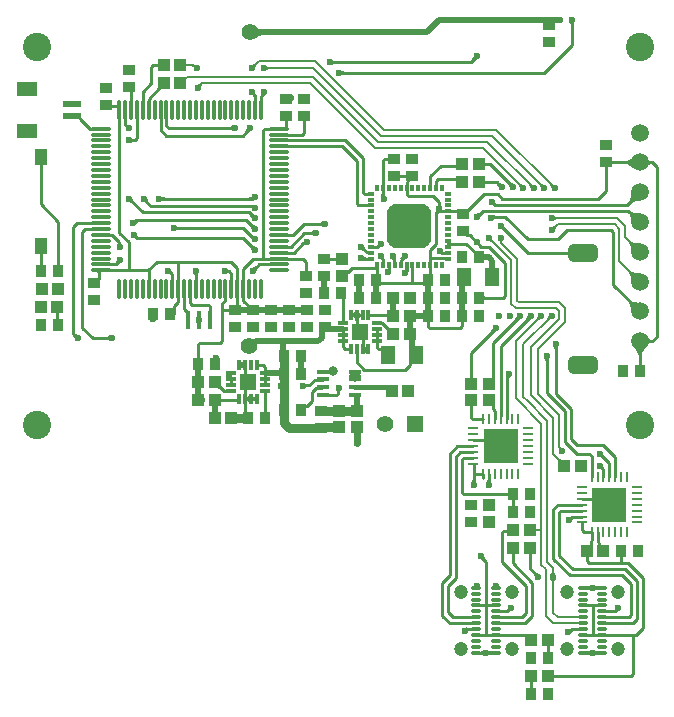
<source format=gtl>
G04*
G04 #@! TF.GenerationSoftware,Altium Limited,Altium Designer,21.9.2 (33)*
G04*
G04 Layer_Physical_Order=1*
G04 Layer_Color=255*
%FSLAX25Y25*%
%MOIN*%
G70*
G04*
G04 #@! TF.SameCoordinates,B4EE9FE0-2F64-4693-93D6-35106772D84E*
G04*
G04*
G04 #@! TF.FilePolarity,Positive*
G04*
G01*
G75*
%ADD11C,0.02362*%
%ADD12C,0.00787*%
%ADD15C,0.01000*%
%ADD23R,0.03800X0.01000*%
%ADD24R,0.01000X0.03800*%
%ADD25R,0.11811X0.11811*%
%ADD26R,0.04950X0.05906*%
%ADD29R,0.04950X0.06299*%
%ADD30R,0.03937X0.05709*%
%ADD34R,0.03950X0.01800*%
%ADD38R,0.01181X0.06299*%
%ADD41R,0.05512X0.05512*%
%ADD42C,0.05512*%
%ADD51R,0.04134X0.03740*%
%ADD52R,0.04331X0.03937*%
%ADD53R,0.03740X0.04134*%
G04:AMPARAMS|DCode=54|XSize=98.43mil|YSize=59.06mil|CornerRadius=14.76mil|HoleSize=0mil|Usage=FLASHONLY|Rotation=0.000|XOffset=0mil|YOffset=0mil|HoleType=Round|Shape=RoundedRectangle|*
%AMROUNDEDRECTD54*
21,1,0.09843,0.02953,0,0,0.0*
21,1,0.06890,0.05906,0,0,0.0*
1,1,0.02953,0.03445,-0.01476*
1,1,0.02953,-0.03445,-0.01476*
1,1,0.02953,-0.03445,0.01476*
1,1,0.02953,0.03445,0.01476*
%
%ADD54ROUNDEDRECTD54*%
%ADD55R,0.03937X0.04331*%
G04:AMPARAMS|DCode=56|XSize=149.61mil|YSize=149.61mil|CornerRadius=37.4mil|HoleSize=0mil|Usage=FLASHONLY|Rotation=180.000|XOffset=0mil|YOffset=0mil|HoleType=Round|Shape=RoundedRectangle|*
%AMROUNDEDRECTD56*
21,1,0.14961,0.07480,0,0,180.0*
21,1,0.07480,0.14961,0,0,180.0*
1,1,0.07480,-0.03740,0.03740*
1,1,0.07480,0.03740,0.03740*
1,1,0.07480,0.03740,-0.03740*
1,1,0.07480,-0.03740,-0.03740*
%
%ADD56ROUNDEDRECTD56*%
%ADD57O,0.01181X0.07087*%
%ADD58O,0.07087X0.01181*%
G04:AMPARAMS|DCode=59|XSize=33.86mil|YSize=10.24mil|CornerRadius=1.28mil|HoleSize=0mil|Usage=FLASHONLY|Rotation=0.000|XOffset=0mil|YOffset=0mil|HoleType=Round|Shape=RoundedRectangle|*
%AMROUNDEDRECTD59*
21,1,0.03386,0.00768,0,0,0.0*
21,1,0.03130,0.01024,0,0,0.0*
1,1,0.00256,0.01565,-0.00384*
1,1,0.00256,-0.01565,-0.00384*
1,1,0.00256,-0.01565,0.00384*
1,1,0.00256,0.01565,0.00384*
%
%ADD59ROUNDEDRECTD59*%
G04:AMPARAMS|DCode=60|XSize=33.86mil|YSize=10.24mil|CornerRadius=1.28mil|HoleSize=0mil|Usage=FLASHONLY|Rotation=90.000|XOffset=0mil|YOffset=0mil|HoleType=Round|Shape=RoundedRectangle|*
%AMROUNDEDRECTD60*
21,1,0.03386,0.00768,0,0,90.0*
21,1,0.03130,0.01024,0,0,90.0*
1,1,0.00256,0.00384,0.01565*
1,1,0.00256,0.00384,-0.01565*
1,1,0.00256,-0.00384,-0.01565*
1,1,0.00256,-0.00384,0.01565*
%
%ADD60ROUNDEDRECTD60*%
G04:AMPARAMS|DCode=61|XSize=11.81mil|YSize=33.47mil|CornerRadius=2.95mil|HoleSize=0mil|Usage=FLASHONLY|Rotation=90.000|XOffset=0mil|YOffset=0mil|HoleType=Round|Shape=RoundedRectangle|*
%AMROUNDEDRECTD61*
21,1,0.01181,0.02756,0,0,90.0*
21,1,0.00591,0.03347,0,0,90.0*
1,1,0.00591,0.01378,0.00295*
1,1,0.00591,0.01378,-0.00295*
1,1,0.00591,-0.01378,-0.00295*
1,1,0.00591,-0.01378,0.00295*
%
%ADD61ROUNDEDRECTD61*%
G04:AMPARAMS|DCode=62|XSize=17.72mil|YSize=13.78mil|CornerRadius=1.72mil|HoleSize=0mil|Usage=FLASHONLY|Rotation=0.000|XOffset=0mil|YOffset=0mil|HoleType=Round|Shape=RoundedRectangle|*
%AMROUNDEDRECTD62*
21,1,0.01772,0.01034,0,0,0.0*
21,1,0.01427,0.01378,0,0,0.0*
1,1,0.00345,0.00714,-0.00517*
1,1,0.00345,-0.00714,-0.00517*
1,1,0.00345,-0.00714,0.00517*
1,1,0.00345,0.00714,0.00517*
%
%ADD62ROUNDEDRECTD62*%
G04:AMPARAMS|DCode=63|XSize=17.72mil|YSize=13.78mil|CornerRadius=1.72mil|HoleSize=0mil|Usage=FLASHONLY|Rotation=90.000|XOffset=0mil|YOffset=0mil|HoleType=Round|Shape=RoundedRectangle|*
%AMROUNDEDRECTD63*
21,1,0.01772,0.01034,0,0,90.0*
21,1,0.01427,0.01378,0,0,90.0*
1,1,0.00345,0.00517,0.00714*
1,1,0.00345,0.00517,-0.00714*
1,1,0.00345,-0.00517,-0.00714*
1,1,0.00345,-0.00517,0.00714*
%
%ADD63ROUNDEDRECTD63*%
%ADD64C,0.01575*%
%ADD65R,0.07087X0.04724*%
%ADD66R,0.06102X0.02362*%
%ADD67C,0.01968*%
%ADD68C,0.01575*%
%ADD69C,0.03150*%
%ADD70C,0.04724*%
%ADD71C,0.02362*%
%ADD72C,0.02953*%
%ADD73C,0.03937*%
%ADD74C,0.03150*%
%ADD75C,0.05906*%
%ADD76C,0.09449*%
G36*
X-27343Y111250D02*
X-27145Y111089D01*
X-26939Y110947D01*
X-26726Y110824D01*
X-26504Y110721D01*
X-26274Y110635D01*
X-26036Y110569D01*
X-25789Y110522D01*
X-25535Y110494D01*
X-25272Y110484D01*
Y108516D01*
X-25535Y108506D01*
X-25789Y108478D01*
X-26036Y108431D01*
X-26274Y108365D01*
X-26504Y108280D01*
X-26726Y108176D01*
X-26939Y108053D01*
X-27145Y107911D01*
X-27343Y107750D01*
X-27532Y107571D01*
Y111429D01*
X-27343Y111250D01*
D02*
G37*
G36*
X45988Y100319D02*
X45897Y100315D01*
X45806Y100303D01*
X45716Y100282D01*
X45626Y100252D01*
X45536Y100214D01*
X45447Y100166D01*
X45359Y100110D01*
X45271Y100045D01*
X45183Y99971D01*
X45096Y99889D01*
X44389Y100596D01*
X44471Y100683D01*
X44545Y100771D01*
X44610Y100859D01*
X44666Y100947D01*
X44714Y101036D01*
X44752Y101126D01*
X44782Y101216D01*
X44803Y101306D01*
X44815Y101397D01*
X44819Y101488D01*
X45988Y100319D01*
D02*
G37*
G36*
X-2090Y100265D02*
X-2017Y100209D01*
X-1938Y100160D01*
X-1853Y100118D01*
X-1763Y100082D01*
X-1666Y100052D01*
X-1564Y100029D01*
X-1455Y100013D01*
X-1341Y100003D01*
X-1221Y100000D01*
Y99000D01*
X-1341Y98997D01*
X-1455Y98987D01*
X-1564Y98971D01*
X-1666Y98948D01*
X-1763Y98918D01*
X-1853Y98882D01*
X-1938Y98840D01*
X-2017Y98791D01*
X-2090Y98735D01*
X-2156Y98673D01*
Y100327D01*
X-2090Y100265D01*
D02*
G37*
G36*
X-27433Y98510D02*
X-27507Y98430D01*
X-27574Y98345D01*
X-27632Y98256D01*
X-27683Y98162D01*
X-27725Y98065D01*
X-27760Y97963D01*
X-27787Y97856D01*
X-27806Y97746D01*
X-27816Y97631D01*
X-27819Y97512D01*
X-28988Y98681D01*
X-28869Y98684D01*
X-28754Y98694D01*
X-28644Y98713D01*
X-28537Y98740D01*
X-28435Y98774D01*
X-28338Y98817D01*
X-28244Y98868D01*
X-28155Y98926D01*
X-28070Y98993D01*
X-27990Y99067D01*
X-27433Y98510D01*
D02*
G37*
G36*
X-48322Y98713D02*
X-48254Y98658D01*
X-48187Y98613D01*
X-48121Y98577D01*
X-48056Y98551D01*
X-47993Y98535D01*
X-47930Y98529D01*
X-47868Y98532D01*
X-47808Y98545D01*
X-47748Y98568D01*
X-48422Y97412D01*
X-48431Y97474D01*
X-48449Y97541D01*
X-48476Y97610D01*
X-48511Y97682D01*
X-48556Y97758D01*
X-48609Y97837D01*
X-48672Y97919D01*
X-48823Y98093D01*
X-48912Y98185D01*
X-48392Y98778D01*
X-48322Y98713D01*
D02*
G37*
G36*
X-24070Y98245D02*
X-23981Y98171D01*
X-23890Y98106D01*
X-23796Y98050D01*
X-23700Y98002D01*
X-23600Y97963D01*
X-23499Y97933D01*
X-23394Y97911D01*
X-23287Y97898D01*
X-23178Y97894D01*
Y97106D01*
X-23287Y97102D01*
X-23394Y97089D01*
X-23499Y97067D01*
X-23600Y97037D01*
X-23700Y96998D01*
X-23796Y96950D01*
X-23890Y96894D01*
X-23981Y96829D01*
X-24070Y96755D01*
X-24157Y96673D01*
Y98327D01*
X-24070Y98245D01*
D02*
G37*
G36*
X910Y96765D02*
X983Y96709D01*
X1062Y96660D01*
X1147Y96618D01*
X1237Y96582D01*
X1334Y96552D01*
X1436Y96529D01*
X1544Y96513D01*
X1659Y96503D01*
X1779Y96500D01*
Y95500D01*
X1659Y95497D01*
X1544Y95487D01*
X1436Y95471D01*
X1334Y95448D01*
X1237Y95418D01*
X1147Y95382D01*
X1062Y95340D01*
X983Y95291D01*
X910Y95235D01*
X843Y95173D01*
Y96827D01*
X910Y96765D01*
D02*
G37*
G36*
X-45433Y92010D02*
X-45507Y91930D01*
X-45574Y91845D01*
X-45632Y91756D01*
X-45683Y91662D01*
X-45726Y91565D01*
X-45760Y91463D01*
X-45787Y91356D01*
X-45805Y91246D01*
X-45816Y91131D01*
X-45819Y91012D01*
X-46988Y92181D01*
X-46869Y92184D01*
X-46754Y92194D01*
X-46644Y92213D01*
X-46537Y92240D01*
X-46435Y92274D01*
X-46338Y92317D01*
X-46244Y92368D01*
X-46155Y92426D01*
X-46070Y92493D01*
X-45990Y92567D01*
X-45433Y92010D01*
D02*
G37*
G36*
X-27889Y89085D02*
X-27881Y89062D01*
X-27865Y89032D01*
X-27840Y88995D01*
X-27807Y88952D01*
X-27716Y88846D01*
X-27516Y88639D01*
X-28224Y87931D01*
X-28307Y88014D01*
X-28679Y88341D01*
X-28702Y88352D01*
X-28717Y88353D01*
X-27888Y89102D01*
X-27889Y89085D01*
D02*
G37*
G36*
X-70738Y78984D02*
X-70464Y78741D01*
X-70412Y78704D01*
X-70367Y78676D01*
X-70329Y78658D01*
X-70298Y78649D01*
X-70274Y78649D01*
X-71135Y77826D01*
X-71134Y77851D01*
X-71141Y77882D01*
X-71158Y77920D01*
X-71184Y77964D01*
X-71219Y78014D01*
X-71263Y78071D01*
X-71378Y78203D01*
X-71531Y78361D01*
X-70824Y79069D01*
X-70738Y78984D01*
D02*
G37*
G36*
X-35344Y76673D02*
X-35410Y76735D01*
X-35483Y76791D01*
X-35562Y76840D01*
X-35647Y76882D01*
X-35737Y76918D01*
X-35834Y76948D01*
X-35936Y76971D01*
X-36044Y76987D01*
X-36159Y76997D01*
X-36279Y77000D01*
Y78000D01*
X-36159Y78003D01*
X-36044Y78013D01*
X-35936Y78029D01*
X-35834Y78052D01*
X-35737Y78082D01*
X-35647Y78118D01*
X-35562Y78160D01*
X-35483Y78209D01*
X-35410Y78265D01*
X-35344Y78327D01*
Y76673D01*
D02*
G37*
G36*
X-29512Y76319D02*
X-29603Y76315D01*
X-29694Y76303D01*
X-29784Y76282D01*
X-29874Y76252D01*
X-29964Y76214D01*
X-30053Y76166D01*
X-30141Y76110D01*
X-30229Y76045D01*
X-30317Y75971D01*
X-30404Y75889D01*
X-31111Y76596D01*
X-31029Y76683D01*
X-30955Y76771D01*
X-30890Y76859D01*
X-30834Y76947D01*
X-30786Y77036D01*
X-30748Y77126D01*
X-30718Y77216D01*
X-30697Y77306D01*
X-30685Y77397D01*
X-30681Y77488D01*
X-29512Y76319D01*
D02*
G37*
G36*
X-69090Y74265D02*
X-69017Y74209D01*
X-68938Y74160D01*
X-68853Y74118D01*
X-68763Y74082D01*
X-68666Y74052D01*
X-68564Y74029D01*
X-68455Y74013D01*
X-68341Y74003D01*
X-68221Y74000D01*
Y73000D01*
X-68341Y72997D01*
X-68455Y72987D01*
X-68564Y72971D01*
X-68666Y72948D01*
X-68763Y72918D01*
X-68853Y72882D01*
X-68938Y72840D01*
X-69017Y72791D01*
X-69090Y72735D01*
X-69156Y72673D01*
Y74327D01*
X-69090Y74265D01*
D02*
G37*
G36*
X15256Y55742D02*
X15267Y55628D01*
X15286Y55523D01*
X15313Y55424D01*
X15347Y55334D01*
X15389Y55252D01*
X15438Y55177D01*
X15495Y55110D01*
X15559Y55050D01*
X15631Y54998D01*
X14015Y54651D01*
X14060Y54725D01*
X14100Y54805D01*
X14136Y54889D01*
X14166Y54979D01*
X14193Y55074D01*
X14214Y55173D01*
X14231Y55278D01*
X14250Y55503D01*
X14252Y55623D01*
X15252Y55863D01*
X15256Y55742D01*
D02*
G37*
G36*
X-28428Y53399D02*
X-28488Y53418D01*
X-28565Y53435D01*
X-28659Y53451D01*
X-28895Y53475D01*
X-29375Y53496D01*
X-29779Y53500D01*
X-29890Y54500D01*
X-29767Y54504D01*
X-29655Y54516D01*
X-29552Y54535D01*
X-29460Y54563D01*
X-29377Y54598D01*
X-29305Y54641D01*
X-29242Y54692D01*
X-29189Y54751D01*
X-29147Y54817D01*
X-29114Y54892D01*
X-28428Y53399D01*
D02*
G37*
G36*
X-58849Y54765D02*
X-58776Y54709D01*
X-58698Y54660D01*
X-58613Y54618D01*
X-58522Y54582D01*
X-58426Y54552D01*
X-58324Y54529D01*
X-58215Y54513D01*
X-58101Y54503D01*
X-57981Y54500D01*
Y53500D01*
X-58101Y53497D01*
X-58215Y53487D01*
X-58324Y53471D01*
X-58426Y53448D01*
X-58522Y53418D01*
X-58613Y53382D01*
X-58698Y53340D01*
X-58776Y53291D01*
X-58849Y53235D01*
X-58916Y53173D01*
Y54827D01*
X-58849Y54765D01*
D02*
G37*
G36*
X-68575Y53897D02*
X-68563Y53806D01*
X-68542Y53716D01*
X-68512Y53626D01*
X-68474Y53536D01*
X-68426Y53447D01*
X-68370Y53359D01*
X-68305Y53271D01*
X-68231Y53183D01*
X-68149Y53096D01*
X-68856Y52389D01*
X-68943Y52471D01*
X-69030Y52545D01*
X-69119Y52610D01*
X-69207Y52666D01*
X-69296Y52714D01*
X-69386Y52752D01*
X-69476Y52782D01*
X-69566Y52803D01*
X-69657Y52816D01*
X-69748Y52819D01*
X-68579Y53988D01*
X-68575Y53897D01*
D02*
G37*
G36*
X-63602Y53729D02*
X-63600Y53639D01*
X-63589Y53550D01*
X-63567Y53461D01*
X-63535Y53372D01*
X-63493Y53283D01*
X-63441Y53195D01*
X-63379Y53107D01*
X-63306Y53018D01*
X-63223Y52930D01*
X-64044Y52337D01*
X-64131Y52420D01*
X-64305Y52563D01*
X-64392Y52624D01*
X-64479Y52677D01*
X-64567Y52722D01*
X-64654Y52760D01*
X-64742Y52791D01*
X-64830Y52814D01*
X-64918Y52829D01*
X-63593Y53819D01*
X-63602Y53729D01*
D02*
G37*
G36*
X34113Y52218D02*
X34116Y52098D01*
X34139Y51875D01*
X34160Y51771D01*
X34186Y51672D01*
X34218Y51579D01*
X34256Y51491D01*
X34299Y51409D01*
X34349Y51332D01*
X34404Y51260D01*
X32758Y51419D01*
X32825Y51480D01*
X32886Y51547D01*
X32939Y51621D01*
X32985Y51702D01*
X33024Y51789D01*
X33057Y51883D01*
X33081Y51983D01*
X33099Y52090D01*
X33110Y52204D01*
X33113Y52325D01*
X34113Y52218D01*
D02*
G37*
G36*
X34688Y50567D02*
X34714Y50506D01*
X34753Y50452D01*
X34804Y50405D01*
X34868Y50366D01*
X34944Y50333D01*
X35031Y50308D01*
X35131Y50290D01*
X35244Y50279D01*
X35368Y50276D01*
X35142Y49276D01*
X33771Y49350D01*
X34673Y50636D01*
X34688Y50567D01*
D02*
G37*
G36*
X33290Y49338D02*
X32854Y48880D01*
X32146Y49587D01*
X32463Y49934D01*
X33290Y49338D01*
D02*
G37*
G36*
X-28817Y49029D02*
X-28729Y48955D01*
X-28641Y48890D01*
X-28553Y48834D01*
X-28464Y48786D01*
X-28374Y48748D01*
X-28284Y48718D01*
X-28194Y48697D01*
X-28103Y48684D01*
X-28012Y48681D01*
X-29181Y47512D01*
X-29184Y47603D01*
X-29197Y47694D01*
X-29218Y47784D01*
X-29248Y47874D01*
X-29286Y47964D01*
X-29334Y48053D01*
X-29390Y48141D01*
X-29455Y48229D01*
X-29529Y48317D01*
X-29611Y48404D01*
X-28904Y49111D01*
X-28817Y49029D01*
D02*
G37*
G36*
X-66880Y46646D02*
X-67338Y46210D01*
X-67934Y47037D01*
X-67927Y47038D01*
X-67914Y47046D01*
X-67895Y47061D01*
X-67837Y47111D01*
X-67587Y47354D01*
X-66880Y46646D01*
D02*
G37*
G36*
X-5344Y44673D02*
X-5410Y44735D01*
X-5483Y44791D01*
X-5562Y44840D01*
X-5647Y44882D01*
X-5737Y44918D01*
X-5834Y44948D01*
X-5936Y44971D01*
X-6044Y44987D01*
X-6159Y44997D01*
X-6279Y45000D01*
Y46000D01*
X-6159Y46003D01*
X-6044Y46013D01*
X-5936Y46029D01*
X-5834Y46052D01*
X-5737Y46082D01*
X-5647Y46118D01*
X-5562Y46160D01*
X-5483Y46209D01*
X-5410Y46265D01*
X-5344Y46327D01*
Y44673D01*
D02*
G37*
G36*
X-28817Y45529D02*
X-28729Y45455D01*
X-28641Y45390D01*
X-28553Y45334D01*
X-28464Y45286D01*
X-28374Y45248D01*
X-28284Y45218D01*
X-28194Y45197D01*
X-28103Y45184D01*
X-28012Y45181D01*
X-29181Y44012D01*
X-29184Y44103D01*
X-29197Y44194D01*
X-29218Y44284D01*
X-29248Y44374D01*
X-29286Y44464D01*
X-29334Y44553D01*
X-29390Y44641D01*
X-29455Y44729D01*
X-29529Y44817D01*
X-29611Y44904D01*
X-28904Y45611D01*
X-28817Y45529D01*
D02*
G37*
G36*
X-53969Y44885D02*
X-53896Y44829D01*
X-53818Y44780D01*
X-53733Y44738D01*
X-53642Y44702D01*
X-53546Y44672D01*
X-53444Y44649D01*
X-53335Y44633D01*
X-53221Y44623D01*
X-53101Y44620D01*
Y43620D01*
X-53221Y43617D01*
X-53335Y43607D01*
X-53444Y43591D01*
X-53546Y43568D01*
X-53642Y43538D01*
X-53733Y43502D01*
X-53818Y43460D01*
X-53896Y43411D01*
X-53969Y43355D01*
X-54036Y43293D01*
Y44947D01*
X-53969Y44885D01*
D02*
G37*
G36*
X-8343Y41673D02*
X-8410Y41735D01*
X-8483Y41791D01*
X-8562Y41840D01*
X-8647Y41882D01*
X-8737Y41918D01*
X-8834Y41948D01*
X-8936Y41971D01*
X-9044Y41987D01*
X-9159Y41997D01*
X-9279Y42000D01*
Y43000D01*
X-9159Y43003D01*
X-9044Y43013D01*
X-8936Y43029D01*
X-8834Y43052D01*
X-8737Y43082D01*
X-8647Y43118D01*
X-8562Y43160D01*
X-8483Y43209D01*
X-8410Y43265D01*
X-8343Y43327D01*
Y41673D01*
D02*
G37*
G36*
X-66746Y41354D02*
X-67453Y40646D01*
X-67801Y40963D01*
X-67204Y41790D01*
X-66746Y41354D01*
D02*
G37*
G36*
X-29005Y41940D02*
X-28917Y41868D01*
X-28829Y41806D01*
X-28741Y41754D01*
X-28652Y41713D01*
X-28563Y41682D01*
X-28475Y41662D01*
X-28386Y41652D01*
X-28297Y41652D01*
X-28208Y41663D01*
X-29167Y40315D01*
X-29184Y40403D01*
X-29209Y40490D01*
X-29241Y40576D01*
X-29280Y40663D01*
X-29326Y40750D01*
X-29380Y40837D01*
X-29441Y40924D01*
X-29510Y41010D01*
X-29668Y41184D01*
X-29093Y42023D01*
X-29005Y41940D01*
D02*
G37*
G36*
X-72680Y39579D02*
X-72662Y39330D01*
X-72652Y39267D01*
X-72639Y39213D01*
X-72623Y39170D01*
X-72606Y39136D01*
X-72586Y39112D01*
X-72563Y39097D01*
X-73749Y38914D01*
X-73736Y38931D01*
X-73724Y38962D01*
X-73714Y39005D01*
X-73705Y39062D01*
X-73692Y39214D01*
X-73682Y39539D01*
X-73681Y39674D01*
X-72681Y39681D01*
X-72680Y39579D01*
D02*
G37*
G36*
X-28817Y38529D02*
X-28729Y38455D01*
X-28641Y38390D01*
X-28553Y38334D01*
X-28464Y38286D01*
X-28374Y38248D01*
X-28284Y38218D01*
X-28194Y38197D01*
X-28103Y38184D01*
X-28012Y38181D01*
X-29181Y37012D01*
X-29184Y37103D01*
X-29197Y37194D01*
X-29218Y37284D01*
X-29248Y37374D01*
X-29286Y37464D01*
X-29334Y37553D01*
X-29390Y37641D01*
X-29455Y37729D01*
X-29529Y37817D01*
X-29611Y37904D01*
X-28904Y38611D01*
X-28817Y38529D01*
D02*
G37*
G36*
X8685Y37897D02*
X8697Y37806D01*
X8718Y37716D01*
X8748Y37626D01*
X8786Y37536D01*
X8834Y37447D01*
X8890Y37359D01*
X8955Y37271D01*
X9029Y37183D01*
X9111Y37096D01*
X8404Y36389D01*
X8317Y36471D01*
X8229Y36545D01*
X8141Y36610D01*
X8053Y36666D01*
X7964Y36714D01*
X7874Y36752D01*
X7784Y36782D01*
X7694Y36803D01*
X7603Y36816D01*
X7512Y36819D01*
X8681Y37988D01*
X8685Y37897D01*
D02*
G37*
G36*
X21809Y33834D02*
X21779Y33834D01*
X21742Y33823D01*
X21698Y33803D01*
X21648Y33772D01*
X21590Y33732D01*
X21455Y33621D01*
X21292Y33470D01*
X21200Y33380D01*
X20493Y34087D01*
X20573Y34168D01*
X20756Y34380D01*
X20799Y34439D01*
X20832Y34493D01*
X20856Y34541D01*
X20870Y34584D01*
X20875Y34621D01*
X20871Y34652D01*
X21809Y33834D01*
D02*
G37*
G36*
X8426Y34821D02*
X8497Y34765D01*
X8575Y34714D01*
X8659Y34671D01*
X8749Y34635D01*
X8845Y34604D01*
X8947Y34581D01*
X9055Y34565D01*
X9169Y34554D01*
X9289Y34551D01*
X9267Y33551D01*
X9147Y33548D01*
X9033Y33538D01*
X8925Y33522D01*
X8822Y33500D01*
X8725Y33471D01*
X8634Y33436D01*
X8548Y33395D01*
X8469Y33347D01*
X8395Y33292D01*
X8327Y33231D01*
X8360Y34885D01*
X8426Y34821D01*
D02*
G37*
G36*
X19082Y34512D02*
X19064Y34435D01*
X19049Y34341D01*
X19025Y34105D01*
X19004Y33625D01*
X19000Y33221D01*
X18000Y33110D01*
X17996Y33233D01*
X17984Y33345D01*
X17965Y33448D01*
X17937Y33540D01*
X17902Y33623D01*
X17859Y33696D01*
X17808Y33758D01*
X17749Y33811D01*
X17683Y33853D01*
X17608Y33886D01*
X19101Y34572D01*
X19082Y34512D01*
D02*
G37*
G36*
X-72877Y32325D02*
X-72961Y32313D01*
X-73046Y32292D01*
X-73131Y32263D01*
X-73216Y32227D01*
X-73302Y32182D01*
X-73388Y32130D01*
X-73475Y32070D01*
X-73562Y32002D01*
X-73737Y31842D01*
X-74546Y32447D01*
X-74462Y32536D01*
X-74388Y32625D01*
X-74325Y32713D01*
X-74272Y32800D01*
X-74229Y32888D01*
X-74196Y32975D01*
X-74174Y33062D01*
X-74161Y33148D01*
X-74159Y33235D01*
X-74167Y33320D01*
X-72877Y32325D01*
D02*
G37*
G36*
X-92887Y31560D02*
X-92877Y31446D01*
X-92860Y31338D01*
X-92838Y31236D01*
X-92808Y31139D01*
X-92772Y31048D01*
X-92730Y30964D01*
X-92681Y30885D01*
X-92625Y30812D01*
X-92563Y30745D01*
X-94217D01*
X-94154Y30812D01*
X-94099Y30885D01*
X-94050Y30964D01*
X-94007Y31048D01*
X-93972Y31139D01*
X-93942Y31236D01*
X-93919Y31338D01*
X-93903Y31446D01*
X-93893Y31560D01*
X-93890Y31680D01*
X-92890D01*
X-92887Y31560D01*
D02*
G37*
G36*
X-98689Y31599D02*
X-98679Y31485D01*
X-98661Y31378D01*
X-98637Y31277D01*
X-98605Y31183D01*
X-98567Y31095D01*
X-98521Y31014D01*
X-98468Y30939D01*
X-98409Y30870D01*
X-98342Y30808D01*
X-99990Y30676D01*
X-99934Y30747D01*
X-99883Y30824D01*
X-99839Y30906D01*
X-99800Y30993D01*
X-99767Y31086D01*
X-99740Y31184D01*
X-99720Y31288D01*
X-99705Y31397D01*
X-99696Y31511D01*
X-99693Y31631D01*
X-98693Y31719D01*
X-98689Y31599D01*
D02*
G37*
G36*
X-26889Y30904D02*
X-26971Y30817D01*
X-27045Y30729D01*
X-27110Y30641D01*
X-27166Y30553D01*
X-27214Y30464D01*
X-27252Y30374D01*
X-27282Y30284D01*
X-27303Y30194D01*
X-27316Y30103D01*
X-27319Y30012D01*
X-28488Y31181D01*
X-28397Y31185D01*
X-28306Y31197D01*
X-28216Y31218D01*
X-28126Y31248D01*
X-28036Y31286D01*
X-27947Y31334D01*
X-27859Y31390D01*
X-27771Y31455D01*
X-27683Y31529D01*
X-27596Y31611D01*
X-26889Y30904D01*
D02*
G37*
G36*
X23126Y30873D02*
X23181Y29513D01*
X21738Y30259D01*
X21812Y30287D01*
X21878Y30325D01*
X21936Y30374D01*
X21986Y30434D01*
X22029Y30504D01*
X22064Y30584D01*
X22091Y30676D01*
X22110Y30777D01*
X22122Y30890D01*
X22126Y31013D01*
X23126Y30873D01*
D02*
G37*
G36*
X-55823Y30156D02*
X-55795Y30071D01*
X-55760Y29986D01*
X-55718Y29901D01*
X-55670Y29816D01*
X-55614Y29731D01*
X-55552Y29645D01*
X-55406Y29473D01*
X-55323Y29386D01*
X-55858Y28507D01*
X-55946Y28590D01*
X-56035Y28662D01*
X-56123Y28723D01*
X-56211Y28773D01*
X-56299Y28813D01*
X-56386Y28842D01*
X-56474Y28860D01*
X-56562Y28867D01*
X-56649Y28863D01*
X-56737Y28849D01*
X-55844Y30240D01*
X-55823Y30156D01*
D02*
G37*
G36*
X-46693Y29138D02*
X-46757Y29072D01*
X-46813Y29000D01*
X-46864Y28923D01*
X-46907Y28839D01*
X-46944Y28749D01*
X-46974Y28653D01*
X-46997Y28551D01*
X-47014Y28443D01*
X-47024Y28329D01*
X-47028Y28209D01*
X-48028Y28235D01*
X-48031Y28355D01*
X-48040Y28469D01*
X-48056Y28577D01*
X-48079Y28680D01*
X-48107Y28777D01*
X-48142Y28868D01*
X-48184Y28954D01*
X-48232Y29034D01*
X-48286Y29108D01*
X-48346Y29176D01*
X-46693Y29138D01*
D02*
G37*
G36*
X-79845Y26606D02*
X-79927Y26519D01*
X-80070Y26345D01*
X-80129Y26257D01*
X-80181Y26170D01*
X-80226Y26082D01*
X-80262Y25993D01*
X-80291Y25905D01*
X-80312Y25816D01*
X-80326Y25727D01*
X-81349Y27026D01*
X-81259Y27019D01*
X-81169Y27022D01*
X-81079Y27035D01*
X-80990Y27059D01*
X-80901Y27092D01*
X-80812Y27135D01*
X-80723Y27187D01*
X-80635Y27250D01*
X-80547Y27323D01*
X-80459Y27406D01*
X-79845Y26606D01*
D02*
G37*
G36*
X6926Y15914D02*
X6999Y15859D01*
X7078Y15810D01*
X7163Y15767D01*
X7253Y15731D01*
X7350Y15702D01*
X7452Y15679D01*
X7560Y15663D01*
X7674Y15653D01*
X7795Y15650D01*
Y14650D01*
X7674Y14646D01*
X7560Y14637D01*
X7452Y14620D01*
X7350Y14597D01*
X7253Y14568D01*
X7163Y14532D01*
X7078Y14490D01*
X6999Y14441D01*
X6926Y14385D01*
X6859Y14323D01*
Y15976D01*
X6926Y15914D01*
D02*
G37*
G36*
X5172Y14323D02*
X5105Y14385D01*
X5032Y14441D01*
X4954Y14490D01*
X4869Y14532D01*
X4778Y14568D01*
X4682Y14597D01*
X4580Y14620D01*
X4471Y14637D01*
X4357Y14646D01*
X4237Y14650D01*
Y15650D01*
X4357Y15653D01*
X4471Y15663D01*
X4580Y15679D01*
X4682Y15702D01*
X4778Y15731D01*
X4869Y15767D01*
X4954Y15810D01*
X5032Y15859D01*
X5105Y15914D01*
X5172Y15976D01*
Y14323D01*
D02*
G37*
G36*
X6780Y14239D02*
X6725Y14166D01*
X6676Y14087D01*
X6633Y14003D01*
X6597Y13912D01*
X6568Y13816D01*
X6545Y13713D01*
X6529Y13605D01*
X6519Y13491D01*
X6516Y13371D01*
X5516D01*
X5513Y13491D01*
X5503Y13605D01*
X5486Y13713D01*
X5463Y13816D01*
X5434Y13912D01*
X5398Y14003D01*
X5356Y14087D01*
X5307Y14166D01*
X5251Y14239D01*
X5189Y14306D01*
X6842D01*
X6780Y14239D01*
D02*
G37*
G36*
X-87817Y9029D02*
X-87729Y8955D01*
X-87641Y8890D01*
X-87553Y8834D01*
X-87464Y8786D01*
X-87374Y8748D01*
X-87284Y8718D01*
X-87194Y8697D01*
X-87103Y8685D01*
X-87012Y8681D01*
X-88181Y7512D01*
X-88184Y7603D01*
X-88197Y7694D01*
X-88218Y7784D01*
X-88248Y7874D01*
X-88286Y7964D01*
X-88334Y8053D01*
X-88390Y8141D01*
X-88455Y8229D01*
X-88529Y8317D01*
X-88611Y8404D01*
X-87904Y9111D01*
X-87817Y9029D01*
D02*
G37*
G36*
X-76344Y6673D02*
X-76411Y6735D01*
X-76483Y6791D01*
X-76562Y6840D01*
X-76647Y6882D01*
X-76737Y6918D01*
X-76834Y6948D01*
X-76936Y6971D01*
X-77044Y6987D01*
X-77159Y6997D01*
X-77279Y7000D01*
Y8000D01*
X-77159Y8003D01*
X-77044Y8013D01*
X-76936Y8029D01*
X-76834Y8052D01*
X-76737Y8082D01*
X-76647Y8118D01*
X-76562Y8160D01*
X-76483Y8209D01*
X-76411Y8265D01*
X-76344Y8327D01*
Y6673D01*
D02*
G37*
G36*
X8719Y4647D02*
X7819Y3509D01*
X7496Y4831D01*
X8496Y5277D01*
X8719Y4647D01*
D02*
G37*
G36*
X-30634Y-3012D02*
X-31634Y-3332D01*
X-31637Y-3205D01*
X-31646Y-3092D01*
X-31662Y-2993D01*
X-31683Y-2907D01*
X-31711Y-2835D01*
X-31745Y-2777D01*
X-31786Y-2732D01*
X-31832Y-2701D01*
X-31885Y-2684D01*
X-31944Y-2680D01*
X-30829Y-1652D01*
X-30634Y-3012D01*
D02*
G37*
G36*
X-11285Y-7552D02*
X-11206Y-7591D01*
X-11121Y-7626D01*
X-11032Y-7656D01*
X-10937Y-7681D01*
X-10837Y-7702D01*
X-10733Y-7718D01*
X-10508Y-7737D01*
X-10388Y-7739D01*
X-10135Y-8739D01*
X-10256Y-8743D01*
X-10369Y-8755D01*
X-10475Y-8774D01*
X-10572Y-8800D01*
X-10662Y-8835D01*
X-10744Y-8877D01*
X-10819Y-8926D01*
X-10885Y-8983D01*
X-10944Y-9048D01*
X-10995Y-9120D01*
X-11360Y-7508D01*
X-11285Y-7552D01*
D02*
G37*
G36*
X-29659Y-8954D02*
X-29844Y-9011D01*
X-30010Y-9081D01*
X-30156Y-9165D01*
X-30283Y-9263D01*
X-30390Y-9375D01*
X-30478Y-9500D01*
X-30546Y-9639D01*
X-30595Y-9791D01*
X-30624Y-9957D01*
X-30634Y-10136D01*
X-31634Y-9521D01*
X-31638Y-9380D01*
X-31669Y-9067D01*
X-31696Y-8896D01*
X-31823Y-8323D01*
X-31947Y-7891D01*
X-32020Y-7660D01*
X-29659Y-8954D01*
D02*
G37*
G36*
X587Y-10025D02*
X559Y-10047D01*
X533Y-10080D01*
X511Y-10124D01*
X491Y-10179D01*
X475Y-10244D01*
X461Y-10319D01*
X451Y-10406D01*
X439Y-10611D01*
X437Y-10729D01*
X-563D01*
X-564Y-10599D01*
X-595Y-10197D01*
X-610Y-10125D01*
X-626Y-10066D01*
X-646Y-10018D01*
X-668Y-9981D01*
X-693Y-9957D01*
X587Y-10025D01*
D02*
G37*
G36*
X-28255Y-11932D02*
X-28182Y-11988D01*
X-28103Y-12037D01*
X-28019Y-12079D01*
X-27928Y-12115D01*
X-27832Y-12145D01*
X-27729Y-12167D01*
X-27621Y-12184D01*
X-27507Y-12194D01*
X-27387Y-12197D01*
Y-13197D01*
X-27507Y-13200D01*
X-27621Y-13210D01*
X-27729Y-13226D01*
X-27832Y-13249D01*
X-27928Y-13279D01*
X-28019Y-13315D01*
X-28103Y-13357D01*
X-28182Y-13406D01*
X-28255Y-13462D01*
X-28322Y-13524D01*
Y-11870D01*
X-28255Y-11932D01*
D02*
G37*
G36*
X-30009Y-13524D02*
X-30076Y-13462D01*
X-30149Y-13406D01*
X-30228Y-13357D01*
X-30312Y-13315D01*
X-30403Y-13279D01*
X-30499Y-13249D01*
X-30602Y-13226D01*
X-30710Y-13210D01*
X-30824Y-13200D01*
X-30944Y-13197D01*
Y-12197D01*
X-30824Y-12194D01*
X-30710Y-12184D01*
X-30602Y-12167D01*
X-30499Y-12145D01*
X-30403Y-12115D01*
X-30312Y-12079D01*
X-30228Y-12037D01*
X-30149Y-11988D01*
X-30076Y-11932D01*
X-30009Y-11870D01*
Y-13524D01*
D02*
G37*
G36*
X45517Y-39729D02*
X45520Y-39849D01*
X45530Y-39963D01*
X45546Y-40072D01*
X45568Y-40174D01*
X45597Y-40271D01*
X45633Y-40362D01*
X45675Y-40448D01*
X45723Y-40527D01*
X45778Y-40601D01*
X45839Y-40668D01*
X44185Y-40645D01*
X44248Y-40579D01*
X44305Y-40507D01*
X44355Y-40428D01*
X44398Y-40344D01*
X44434Y-40254D01*
X44464Y-40158D01*
X44487Y-40056D01*
X44504Y-39948D01*
X44514Y-39834D01*
X44517Y-39713D01*
X45517Y-39729D01*
D02*
G37*
G36*
X42444Y-88900D02*
X42510Y-88911D01*
X42596Y-88921D01*
X42974Y-88942D01*
X43755Y-88953D01*
X43889Y-89953D01*
X43766Y-89957D01*
X43654Y-89968D01*
X43551Y-89988D01*
X43460Y-90015D01*
X43379Y-90050D01*
X43308Y-90093D01*
X43248Y-90143D01*
X43198Y-90202D01*
X43159Y-90268D01*
X43130Y-90342D01*
X42397Y-88888D01*
X42444Y-88900D01*
D02*
G37*
G36*
X73265Y4589D02*
X73209Y4517D01*
X73160Y4438D01*
X73118Y4353D01*
X73082Y4263D01*
X73052Y4166D01*
X73029Y4064D01*
X73013Y3955D01*
X73003Y3841D01*
X73000Y3721D01*
X72000D01*
X71997Y3841D01*
X71987Y3955D01*
X71971Y4064D01*
X71948Y4166D01*
X71918Y4263D01*
X71882Y4353D01*
X71840Y4438D01*
X71791Y4517D01*
X71735Y4589D01*
X71673Y4656D01*
X73327D01*
X73265Y4589D01*
D02*
G37*
G36*
X102163Y4089D02*
X101662Y3515D01*
X101458Y3242D01*
X101285Y2980D01*
X101144Y2728D01*
X101035Y2485D01*
X100956Y2253D01*
X100909Y2031D01*
X100894Y1818D01*
X99894D01*
X99878Y2031D01*
X99831Y2253D01*
X99753Y2485D01*
X99643Y2728D01*
X99502Y2980D01*
X99330Y3242D01*
X99126Y3515D01*
X98624Y4089D01*
X98327Y4391D01*
X102461D01*
X102163Y4089D01*
D02*
G37*
G36*
X70265Y589D02*
X70209Y517D01*
X70160Y438D01*
X70118Y353D01*
X70082Y263D01*
X70052Y166D01*
X70029Y64D01*
X70013Y-45D01*
X70003Y-159D01*
X70000Y-279D01*
X69000D01*
X68997Y-159D01*
X68987Y-45D01*
X68971Y64D01*
X68948Y166D01*
X68918Y263D01*
X68882Y353D01*
X68840Y438D01*
X68791Y517D01*
X68735Y589D01*
X68673Y656D01*
X70327D01*
X70265Y589D01*
D02*
G37*
G36*
X73853Y-28547D02*
X74138Y-28794D01*
X74177Y-28818D01*
X74210Y-28835D01*
X74238Y-28844D01*
X74259Y-28844D01*
X73466Y-29429D01*
X73474Y-29407D01*
X73474Y-29381D01*
X73467Y-29351D01*
X73453Y-29317D01*
X73432Y-29279D01*
X73405Y-29237D01*
X73369Y-29191D01*
X73278Y-29088D01*
X73222Y-29030D01*
X73778Y-28473D01*
X73853Y-28547D01*
D02*
G37*
G36*
X88184Y-31103D02*
X88197Y-31194D01*
X88218Y-31284D01*
X88248Y-31374D01*
X88286Y-31464D01*
X88334Y-31553D01*
X88390Y-31641D01*
X88455Y-31729D01*
X88529Y-31817D01*
X88611Y-31904D01*
X87904Y-32611D01*
X87817Y-32529D01*
X87729Y-32455D01*
X87641Y-32390D01*
X87553Y-32334D01*
X87464Y-32286D01*
X87374Y-32248D01*
X87284Y-32218D01*
X87194Y-32197D01*
X87103Y-32184D01*
X87012Y-32181D01*
X88181Y-31012D01*
X88184Y-31103D01*
D02*
G37*
G36*
X88172Y-35194D02*
X88180Y-35259D01*
X88199Y-35328D01*
X88227Y-35400D01*
X88266Y-35476D01*
X88315Y-35554D01*
X88374Y-35637D01*
X88443Y-35722D01*
X88611Y-35904D01*
X87904Y-36611D01*
X87812Y-36522D01*
X87637Y-36374D01*
X87554Y-36315D01*
X87476Y-36266D01*
X87400Y-36227D01*
X87328Y-36199D01*
X87259Y-36180D01*
X87194Y-36172D01*
X87132Y-36174D01*
X88174Y-35132D01*
X88172Y-35194D01*
D02*
G37*
G36*
X50563Y-39753D02*
X50566Y-39873D01*
X50575Y-39987D01*
X50591Y-40096D01*
X50612Y-40199D01*
X50640Y-40297D01*
X50674Y-40389D01*
X50714Y-40475D01*
X50760Y-40556D01*
X50812Y-40632D01*
X50871Y-40702D01*
X49219Y-40614D01*
X49285Y-40550D01*
X49343Y-40480D01*
X49395Y-40404D01*
X49439Y-40321D01*
X49477Y-40232D01*
X49508Y-40137D01*
X49532Y-40036D01*
X49549Y-39928D01*
X49560Y-39814D01*
X49563Y-39694D01*
X50563Y-39753D01*
D02*
G37*
G36*
X89433Y-46471D02*
X89521Y-46545D01*
X89609Y-46610D01*
X89697Y-46666D01*
X89786Y-46714D01*
X89876Y-46752D01*
X89966Y-46782D01*
X90056Y-46803D01*
X90147Y-46815D01*
X90238Y-46819D01*
X89069Y-47988D01*
X89065Y-47897D01*
X89053Y-47806D01*
X89032Y-47716D01*
X89002Y-47626D01*
X88964Y-47536D01*
X88916Y-47447D01*
X88860Y-47359D01*
X88795Y-47271D01*
X88721Y-47183D01*
X88639Y-47096D01*
X89346Y-46389D01*
X89433Y-46471D01*
D02*
G37*
G36*
X48635Y-65358D02*
X48630Y-65445D01*
X48637Y-65533D01*
X48655Y-65620D01*
X48683Y-65708D01*
X48723Y-65796D01*
X48773Y-65884D01*
X48834Y-65972D01*
X48906Y-66060D01*
X48989Y-66148D01*
X48104Y-66678D01*
X48018Y-66594D01*
X47846Y-66449D01*
X47760Y-66386D01*
X47675Y-66330D01*
X47590Y-66282D01*
X47505Y-66240D01*
X47420Y-66205D01*
X47336Y-66176D01*
X47252Y-66155D01*
X48650Y-65271D01*
X48635Y-65358D01*
D02*
G37*
G36*
X71898Y-70287D02*
X71911Y-70394D01*
X71933Y-70499D01*
X71963Y-70600D01*
X72002Y-70700D01*
X72050Y-70796D01*
X72106Y-70890D01*
X72171Y-70982D01*
X72245Y-71070D01*
X72327Y-71157D01*
X70673D01*
X70755Y-71070D01*
X70829Y-70982D01*
X70894Y-70890D01*
X70950Y-70796D01*
X70998Y-70700D01*
X71037Y-70600D01*
X71067Y-70499D01*
X71089Y-70394D01*
X71102Y-70287D01*
X71106Y-70178D01*
X71894D01*
X71898Y-70287D01*
D02*
G37*
G36*
X65683Y-70471D02*
X65771Y-70545D01*
X65859Y-70610D01*
X65947Y-70666D01*
X66036Y-70714D01*
X66126Y-70752D01*
X66216Y-70782D01*
X66306Y-70803D01*
X66397Y-70815D01*
X66488Y-70819D01*
X65319Y-71988D01*
X65316Y-71897D01*
X65303Y-71806D01*
X65282Y-71716D01*
X65252Y-71626D01*
X65214Y-71536D01*
X65166Y-71447D01*
X65110Y-71359D01*
X65045Y-71271D01*
X64971Y-71183D01*
X64889Y-71096D01*
X65596Y-70389D01*
X65683Y-70471D01*
D02*
G37*
G36*
X72245Y-72930D02*
X72171Y-73018D01*
X72106Y-73110D01*
X72050Y-73204D01*
X72002Y-73300D01*
X71963Y-73400D01*
X71933Y-73501D01*
X71911Y-73606D01*
X71898Y-73713D01*
X71894Y-73822D01*
X71106D01*
X71102Y-73713D01*
X71089Y-73606D01*
X71067Y-73501D01*
X71037Y-73400D01*
X70998Y-73300D01*
X70950Y-73204D01*
X70894Y-73110D01*
X70829Y-73018D01*
X70755Y-72930D01*
X70673Y-72843D01*
X72327D01*
X72245Y-72930D01*
D02*
G37*
G36*
X85556Y-74909D02*
X85629Y-74964D01*
X85708Y-75013D01*
X85792Y-75056D01*
X85883Y-75091D01*
X85980Y-75121D01*
X86082Y-75144D01*
X86190Y-75160D01*
X86304Y-75170D01*
X86424Y-75173D01*
Y-76173D01*
X86304Y-76177D01*
X86190Y-76186D01*
X86082Y-76203D01*
X85980Y-76226D01*
X85883Y-76255D01*
X85792Y-76291D01*
X85708Y-76333D01*
X85629Y-76382D01*
X85556Y-76438D01*
X85489Y-76500D01*
X84646Y-75673D01*
X83802Y-76500D01*
X83735Y-76438D01*
X83662Y-76382D01*
X83583Y-76333D01*
X83499Y-76291D01*
X83408Y-76255D01*
X83312Y-76226D01*
X83209Y-76203D01*
X83101Y-76186D01*
X82987Y-76177D01*
X82867Y-76173D01*
Y-75173D01*
X82987Y-75170D01*
X83101Y-75160D01*
X83209Y-75144D01*
X83312Y-75121D01*
X83408Y-75091D01*
X83499Y-75056D01*
X83583Y-75013D01*
X83662Y-74964D01*
X83735Y-74909D01*
X83802Y-74847D01*
X84646Y-75673D01*
X85156Y-75173D01*
X85489Y-74847D01*
X85556Y-74909D01*
D02*
G37*
G36*
X56998Y-83569D02*
X56984Y-83568D01*
X56964Y-83574D01*
X56938Y-83588D01*
X56906Y-83610D01*
X56868Y-83639D01*
X56774Y-83721D01*
X56587Y-83901D01*
X55880Y-83194D01*
X56337Y-82706D01*
X56998Y-83569D01*
D02*
G37*
G36*
X78120Y-89806D02*
X77663Y-90294D01*
X77003Y-89431D01*
X77016Y-89432D01*
X77036Y-89426D01*
X77062Y-89412D01*
X77094Y-89390D01*
X77132Y-89361D01*
X77226Y-89279D01*
X77413Y-89099D01*
X78120Y-89806D01*
D02*
G37*
G36*
X85556Y-96562D02*
X85629Y-96618D01*
X85708Y-96667D01*
X85792Y-96709D01*
X85883Y-96745D01*
X85980Y-96775D01*
X86082Y-96797D01*
X86190Y-96814D01*
X86304Y-96824D01*
X86424Y-96827D01*
Y-97827D01*
X86304Y-97830D01*
X86190Y-97840D01*
X86082Y-97856D01*
X85980Y-97879D01*
X85883Y-97909D01*
X85792Y-97944D01*
X85708Y-97987D01*
X85629Y-98036D01*
X85556Y-98091D01*
X85489Y-98154D01*
X84646Y-97327D01*
X85489Y-96500D01*
X85556Y-96562D01*
D02*
G37*
G36*
X84646Y-97327D02*
X83802Y-98154D01*
X83735Y-98091D01*
X83662Y-98036D01*
X83583Y-97987D01*
X83499Y-97944D01*
X83408Y-97909D01*
X83312Y-97879D01*
X83209Y-97856D01*
X83101Y-97840D01*
X82987Y-97830D01*
X82867Y-97827D01*
Y-96827D01*
X82987Y-96824D01*
X83101Y-96814D01*
X83209Y-96797D01*
X83312Y-96775D01*
X83408Y-96745D01*
X83499Y-96709D01*
X83583Y-96667D01*
X83662Y-96618D01*
X83735Y-96562D01*
X83802Y-96500D01*
X84646Y-97327D01*
D02*
G37*
G36*
X50123Y-96562D02*
X50196Y-96618D01*
X50275Y-96667D01*
X50359Y-96709D01*
X50450Y-96745D01*
X50546Y-96775D01*
X50649Y-96797D01*
X50757Y-96814D01*
X50871Y-96824D01*
X50991Y-96827D01*
Y-97827D01*
X50871Y-97830D01*
X50757Y-97840D01*
X50649Y-97856D01*
X50546Y-97879D01*
X50450Y-97909D01*
X50359Y-97944D01*
X50275Y-97987D01*
X50196Y-98036D01*
X50123Y-98091D01*
X50056Y-98154D01*
X49213Y-97327D01*
X50056Y-96500D01*
X50123Y-96562D01*
D02*
G37*
G36*
X49213Y-97327D02*
X48369Y-98154D01*
X48302Y-98091D01*
X48229Y-98036D01*
X48150Y-97987D01*
X48066Y-97944D01*
X47975Y-97909D01*
X47879Y-97879D01*
X47776Y-97856D01*
X47668Y-97840D01*
X47554Y-97830D01*
X47434Y-97827D01*
Y-96827D01*
X47554Y-96824D01*
X47668Y-96814D01*
X47776Y-96797D01*
X47879Y-96775D01*
X47975Y-96745D01*
X48066Y-96709D01*
X48150Y-96667D01*
X48229Y-96618D01*
X48302Y-96562D01*
X48369Y-96500D01*
X49213Y-97327D01*
D02*
G37*
G36*
X78639Y112590D02*
X78583Y112517D01*
X78534Y112438D01*
X78492Y112353D01*
X78456Y112263D01*
X78426Y112166D01*
X78403Y112064D01*
X78387Y111955D01*
X78377Y111841D01*
X78374Y111721D01*
X77374D01*
X77371Y111841D01*
X77361Y111955D01*
X77345Y112064D01*
X77322Y112166D01*
X77292Y112263D01*
X77256Y112353D01*
X77214Y112438D01*
X77165Y112517D01*
X77109Y112590D01*
X77047Y112656D01*
X78701D01*
X78639Y112590D01*
D02*
G37*
G36*
X103141Y67189D02*
X103233Y67059D01*
X103337Y66945D01*
X103455Y66846D01*
X103585Y66762D01*
X103728Y66693D01*
X103884Y66640D01*
X104052Y66602D01*
X104234Y66579D01*
X104429Y66571D01*
Y65571D01*
X104234Y65564D01*
X104052Y65541D01*
X103884Y65503D01*
X103728Y65449D01*
X103585Y65381D01*
X103455Y65297D01*
X103337Y65198D01*
X103233Y65083D01*
X103141Y64954D01*
X103063Y64809D01*
Y67334D01*
X103141Y67189D01*
D02*
G37*
G36*
X98285Y64004D02*
X97983Y64302D01*
X97408Y64804D01*
X97136Y65007D01*
X96874Y65180D01*
X96622Y65321D01*
X96379Y65430D01*
X96147Y65509D01*
X95924Y65556D01*
X95712Y65571D01*
Y66571D01*
X95924Y66587D01*
X96147Y66634D01*
X96379Y66712D01*
X96622Y66822D01*
X96874Y66963D01*
X97136Y67136D01*
X97408Y67339D01*
X97983Y67841D01*
X98285Y68138D01*
Y64004D01*
D02*
G37*
G36*
X57183Y59529D02*
X57271Y59455D01*
X57359Y59390D01*
X57447Y59334D01*
X57536Y59286D01*
X57626Y59248D01*
X57716Y59218D01*
X57806Y59197D01*
X57897Y59184D01*
X57988Y59181D01*
X56819Y58012D01*
X56815Y58103D01*
X56803Y58194D01*
X56782Y58284D01*
X56752Y58374D01*
X56714Y58464D01*
X56666Y58553D01*
X56610Y58641D01*
X56545Y58729D01*
X56471Y58817D01*
X56389Y58904D01*
X57096Y59611D01*
X57183Y59529D01*
D02*
G37*
G36*
X53439Y59405D02*
X53527Y59333D01*
X53615Y59272D01*
X53703Y59222D01*
X53791Y59183D01*
X53878Y59154D01*
X53966Y59136D01*
X54053Y59130D01*
X54141Y59134D01*
X54228Y59149D01*
X53346Y57751D01*
X53324Y57835D01*
X53296Y57919D01*
X53260Y58003D01*
X53218Y58088D01*
X53170Y58173D01*
X53114Y58258D01*
X53051Y58344D01*
X52905Y58516D01*
X52822Y58602D01*
X53350Y59488D01*
X53439Y59405D01*
D02*
G37*
G36*
X71070Y58992D02*
X71155Y58926D01*
X71244Y58868D01*
X71338Y58817D01*
X71435Y58775D01*
X71537Y58740D01*
X71644Y58713D01*
X71754Y58694D01*
X71869Y58684D01*
X71988Y58681D01*
X70819Y57512D01*
X70816Y57631D01*
X70806Y57746D01*
X70787Y57856D01*
X70760Y57963D01*
X70726Y58065D01*
X70683Y58162D01*
X70632Y58256D01*
X70574Y58345D01*
X70508Y58430D01*
X70433Y58510D01*
X70990Y59067D01*
X71070Y58992D01*
D02*
G37*
G36*
X67570D02*
X67655Y58926D01*
X67744Y58868D01*
X67838Y58817D01*
X67935Y58775D01*
X68037Y58740D01*
X68144Y58713D01*
X68254Y58694D01*
X68369Y58684D01*
X68488Y58681D01*
X67319Y57512D01*
X67316Y57631D01*
X67305Y57746D01*
X67287Y57856D01*
X67260Y57963D01*
X67225Y58065D01*
X67183Y58162D01*
X67132Y58256D01*
X67074Y58345D01*
X67007Y58430D01*
X66933Y58510D01*
X67490Y59067D01*
X67570Y58992D01*
D02*
G37*
G36*
X64070D02*
X64155Y58926D01*
X64244Y58868D01*
X64338Y58817D01*
X64435Y58775D01*
X64537Y58740D01*
X64644Y58713D01*
X64754Y58694D01*
X64869Y58684D01*
X64988Y58681D01*
X63819Y57512D01*
X63816Y57631D01*
X63806Y57746D01*
X63787Y57856D01*
X63760Y57963D01*
X63726Y58065D01*
X63683Y58162D01*
X63632Y58256D01*
X63574Y58345D01*
X63507Y58430D01*
X63433Y58510D01*
X63990Y59067D01*
X64070Y58992D01*
D02*
G37*
G36*
X60570D02*
X60655Y58926D01*
X60744Y58868D01*
X60838Y58817D01*
X60935Y58775D01*
X61037Y58740D01*
X61144Y58713D01*
X61254Y58694D01*
X61369Y58684D01*
X61488Y58681D01*
X60319Y57512D01*
X60316Y57631D01*
X60306Y57746D01*
X60287Y57856D01*
X60260Y57963D01*
X60225Y58065D01*
X60183Y58162D01*
X60132Y58256D01*
X60074Y58345D01*
X60008Y58430D01*
X59933Y58510D01*
X60490Y59067D01*
X60570Y58992D01*
D02*
G37*
G36*
X100364Y53190D02*
X99940Y53187D01*
X99179Y53135D01*
X98843Y53087D01*
X98535Y53023D01*
X98257Y52945D01*
X98008Y52851D01*
X97789Y52742D01*
X97598Y52618D01*
X97437Y52479D01*
X96730Y53186D01*
X96869Y53347D01*
X96993Y53538D01*
X97102Y53757D01*
X97196Y54006D01*
X97274Y54285D01*
X97338Y54592D01*
X97386Y54928D01*
X97438Y55689D01*
X97441Y56113D01*
X100364Y53190D01*
D02*
G37*
G36*
X52620Y52354D02*
X51913Y51647D01*
X51566Y51963D01*
X52162Y52790D01*
X52620Y52354D01*
D02*
G37*
G36*
X47611Y48904D02*
X47529Y48817D01*
X47455Y48729D01*
X47390Y48641D01*
X47334Y48553D01*
X47286Y48464D01*
X47248Y48374D01*
X47218Y48284D01*
X47197Y48194D01*
X47185Y48103D01*
X47181Y48012D01*
X46012Y49181D01*
X46103Y49185D01*
X46194Y49197D01*
X46284Y49218D01*
X46374Y49248D01*
X46464Y49286D01*
X46553Y49334D01*
X46641Y49390D01*
X46729Y49455D01*
X46817Y49529D01*
X46904Y49611D01*
X47611Y48904D01*
D02*
G37*
G36*
X51115Y48582D02*
X51179Y48564D01*
X51250Y48549D01*
X51416Y48525D01*
X51614Y48509D01*
X51968Y48500D01*
X52521Y47500D01*
X52399Y47496D01*
X52286Y47484D01*
X52184Y47465D01*
X52091Y47437D01*
X52008Y47402D01*
X51936Y47359D01*
X51873Y47308D01*
X51821Y47249D01*
X51778Y47183D01*
X51746Y47108D01*
X51060Y48601D01*
X51115Y48582D01*
D02*
G37*
G36*
X71930Y48245D02*
X72018Y48171D01*
X72110Y48106D01*
X72204Y48050D01*
X72300Y48002D01*
X72400Y47963D01*
X72501Y47933D01*
X72606Y47911D01*
X72713Y47898D01*
X72822Y47894D01*
Y47106D01*
X72713Y47102D01*
X72606Y47089D01*
X72501Y47067D01*
X72400Y47037D01*
X72300Y46998D01*
X72204Y46950D01*
X72110Y46894D01*
X72018Y46829D01*
X71930Y46755D01*
X71843Y46673D01*
Y48327D01*
X71930Y48245D01*
D02*
G37*
G36*
X97598Y49739D02*
X97789Y49615D01*
X98008Y49506D01*
X98257Y49413D01*
X98535Y49334D01*
X98843Y49270D01*
X99179Y49222D01*
X99940Y49170D01*
X100364Y49167D01*
X97441Y46244D01*
X97438Y46668D01*
X97386Y47429D01*
X97338Y47765D01*
X97274Y48073D01*
X97196Y48351D01*
X97102Y48600D01*
X96993Y48820D01*
X96869Y49010D01*
X96730Y49171D01*
X97437Y49878D01*
X97598Y49739D01*
D02*
G37*
G36*
X72567Y44510D02*
X72492Y44430D01*
X72426Y44345D01*
X72368Y44256D01*
X72317Y44162D01*
X72275Y44065D01*
X72240Y43963D01*
X72213Y43856D01*
X72194Y43746D01*
X72184Y43631D01*
X72181Y43512D01*
X71012Y44681D01*
X71131Y44684D01*
X71246Y44695D01*
X71356Y44713D01*
X71463Y44740D01*
X71565Y44774D01*
X71662Y44817D01*
X71756Y44868D01*
X71845Y44926D01*
X71930Y44993D01*
X72010Y45067D01*
X72567Y44510D01*
D02*
G37*
G36*
X55185Y44897D02*
X55197Y44806D01*
X55218Y44716D01*
X55248Y44626D01*
X55286Y44536D01*
X55334Y44447D01*
X55390Y44359D01*
X55455Y44271D01*
X55529Y44183D01*
X55611Y44096D01*
X54904Y43389D01*
X54817Y43471D01*
X54729Y43545D01*
X54641Y43610D01*
X54553Y43666D01*
X54464Y43714D01*
X54374Y43752D01*
X54284Y43782D01*
X54194Y43803D01*
X54103Y43815D01*
X54012Y43819D01*
X55181Y44988D01*
X55185Y44897D01*
D02*
G37*
G36*
X51184Y40869D02*
X51195Y40754D01*
X51213Y40644D01*
X51240Y40537D01*
X51275Y40435D01*
X51317Y40338D01*
X51368Y40244D01*
X51426Y40155D01*
X51493Y40070D01*
X51567Y39990D01*
X51010Y39433D01*
X50930Y39507D01*
X50845Y39574D01*
X50756Y39632D01*
X50662Y39683D01*
X50565Y39726D01*
X50463Y39760D01*
X50356Y39787D01*
X50246Y39805D01*
X50131Y39816D01*
X50012Y39819D01*
X51181Y40988D01*
X51184Y40869D01*
D02*
G37*
G36*
X54627Y39993D02*
X54606Y39962D01*
X54588Y39922D01*
X54571Y39871D01*
X54558Y39812D01*
X54546Y39742D01*
X54532Y39574D01*
X54527Y39367D01*
X53739D01*
X53738Y39457D01*
X53725Y39612D01*
X53715Y39677D01*
X53701Y39733D01*
X53684Y39782D01*
X53664Y39822D01*
X53641Y39854D01*
X53615Y39878D01*
X53586Y39894D01*
X54651Y40014D01*
X54627Y39993D01*
D02*
G37*
G36*
X97501Y39759D02*
X97685Y39645D01*
X97903Y39546D01*
X98154Y39460D01*
X98439Y39388D01*
X98757Y39331D01*
X99109Y39287D01*
X99912Y39241D01*
X100364Y39238D01*
X97441Y36315D01*
X97439Y36767D01*
X97393Y37571D01*
X97349Y37922D01*
X97291Y38240D01*
X97219Y38525D01*
X97133Y38776D01*
X97034Y38994D01*
X96921Y39178D01*
X96793Y39329D01*
X97350Y39886D01*
X97501Y39759D01*
D02*
G37*
G36*
Y29830D02*
X97685Y29717D01*
X97903Y29617D01*
X98154Y29532D01*
X98439Y29460D01*
X98757Y29402D01*
X99109Y29358D01*
X99912Y29312D01*
X100364Y29310D01*
X97441Y26387D01*
X97439Y26838D01*
X97393Y27642D01*
X97349Y27994D01*
X97291Y28312D01*
X97219Y28596D01*
X97133Y28848D01*
X97034Y29065D01*
X96921Y29250D01*
X96793Y29401D01*
X97350Y29958D01*
X97501Y29830D01*
D02*
G37*
G36*
X47765Y21765D02*
X47838Y21709D01*
X47916Y21660D01*
X48001Y21618D01*
X48092Y21582D01*
X48188Y21552D01*
X48291Y21529D01*
X48399Y21513D01*
X48513Y21503D01*
X48633Y21500D01*
Y20500D01*
X48513Y20497D01*
X48399Y20487D01*
X48291Y20471D01*
X48188Y20448D01*
X48092Y20418D01*
X48001Y20382D01*
X47916Y20340D01*
X47838Y20291D01*
X47765Y20235D01*
X47698Y20173D01*
Y21827D01*
X47765Y21765D01*
D02*
G37*
G36*
X97598Y19953D02*
X97789Y19829D01*
X98008Y19721D01*
X98257Y19627D01*
X98535Y19548D01*
X98843Y19485D01*
X99179Y19436D01*
X99940Y19384D01*
X100364Y19381D01*
X97441Y16458D01*
X97438Y16882D01*
X97386Y17643D01*
X97338Y17980D01*
X97274Y18287D01*
X97196Y18565D01*
X97102Y18814D01*
X96993Y19034D01*
X96869Y19224D01*
X96730Y19386D01*
X97437Y20093D01*
X97598Y19953D01*
D02*
G37*
G36*
X70988Y13819D02*
X70869Y13816D01*
X70754Y13805D01*
X70644Y13787D01*
X70537Y13760D01*
X70435Y13725D01*
X70338Y13683D01*
X70244Y13632D01*
X70155Y13574D01*
X70070Y13508D01*
X69990Y13433D01*
X69433Y13990D01*
X69507Y14070D01*
X69574Y14155D01*
X69632Y14244D01*
X69683Y14338D01*
X69726Y14435D01*
X69760Y14537D01*
X69787Y14644D01*
X69806Y14754D01*
X69816Y14869D01*
X69819Y14988D01*
X70988Y13819D01*
D02*
G37*
G36*
X67488D02*
X67369Y13816D01*
X67254Y13805D01*
X67144Y13787D01*
X67037Y13760D01*
X66935Y13725D01*
X66838Y13683D01*
X66744Y13632D01*
X66655Y13574D01*
X66570Y13508D01*
X66490Y13433D01*
X65933Y13990D01*
X66008Y14070D01*
X66074Y14155D01*
X66132Y14244D01*
X66183Y14338D01*
X66225Y14435D01*
X66260Y14537D01*
X66287Y14644D01*
X66306Y14754D01*
X66316Y14869D01*
X66319Y14988D01*
X67488Y13819D01*
D02*
G37*
G36*
X63988D02*
X63897Y13815D01*
X63806Y13803D01*
X63716Y13782D01*
X63626Y13752D01*
X63536Y13714D01*
X63447Y13666D01*
X63359Y13610D01*
X63271Y13545D01*
X63183Y13471D01*
X63096Y13389D01*
X62389Y14096D01*
X62471Y14183D01*
X62545Y14271D01*
X62610Y14359D01*
X62666Y14447D01*
X62714Y14536D01*
X62752Y14626D01*
X62782Y14716D01*
X62803Y14806D01*
X62815Y14897D01*
X62819Y14988D01*
X63988Y13819D01*
D02*
G37*
G36*
X60488D02*
X60397Y13815D01*
X60306Y13803D01*
X60216Y13782D01*
X60126Y13752D01*
X60036Y13714D01*
X59947Y13666D01*
X59859Y13610D01*
X59771Y13545D01*
X59683Y13471D01*
X59596Y13389D01*
X58889Y14096D01*
X58971Y14183D01*
X59045Y14271D01*
X59110Y14359D01*
X59166Y14447D01*
X59214Y14536D01*
X59252Y14626D01*
X59282Y14716D01*
X59303Y14806D01*
X59316Y14897D01*
X59319Y14988D01*
X60488Y13819D01*
D02*
G37*
G36*
X52488Y9819D02*
X52397Y9815D01*
X52306Y9803D01*
X52216Y9782D01*
X52126Y9752D01*
X52036Y9714D01*
X51947Y9666D01*
X51859Y9610D01*
X51771Y9545D01*
X51683Y9471D01*
X51596Y9389D01*
X50889Y10096D01*
X50971Y10183D01*
X51045Y10271D01*
X51110Y10359D01*
X51166Y10447D01*
X51214Y10536D01*
X51252Y10626D01*
X51282Y10716D01*
X51303Y10806D01*
X51315Y10897D01*
X51319Y10988D01*
X52488Y9819D01*
D02*
G37*
G36*
X103115Y7685D02*
X103220Y7541D01*
X103337Y7414D01*
X103466Y7305D01*
X103608Y7211D01*
X103762Y7135D01*
X103928Y7076D01*
X104106Y7034D01*
X104297Y7008D01*
X104500Y7000D01*
Y6000D01*
X104297Y5991D01*
X104106Y5966D01*
X103928Y5924D01*
X103762Y5865D01*
X103608Y5789D01*
X103466Y5695D01*
X103337Y5586D01*
X103220Y5459D01*
X103115Y5315D01*
X103022Y5154D01*
Y7846D01*
X103115Y7685D01*
D02*
G37*
D11*
X6000Y-27500D02*
Y-22256D01*
D12*
X71000Y47500D02*
X92839D01*
X95500Y41179D02*
Y44839D01*
X92839Y47500D02*
X95500Y44839D01*
X93500Y33251D02*
Y44000D01*
X92000Y45500D02*
X93500Y44000D01*
X73000Y45500D02*
X92000D01*
X71000Y43500D02*
X73000Y45500D01*
X93500Y33251D02*
X100394Y26357D01*
X95500Y41179D02*
X100394Y36286D01*
X61500Y-12000D02*
X63000Y-13500D01*
X61500Y5500D02*
X71000Y15000D01*
X59000Y-12500D02*
Y6500D01*
Y-12500D02*
X67500Y-21000D01*
X59000Y6500D02*
X67500Y15000D01*
X61500Y-12000D02*
Y5500D01*
X63000Y-13500D02*
X63000D01*
X69500Y-20000D01*
X64000Y-11500D02*
Y4500D01*
Y-11500D02*
X71500Y-19000D01*
X64000Y4500D02*
X73500Y14000D01*
X66500Y-11000D02*
Y4000D01*
X75500Y13000D01*
X66500Y-11000D02*
X73500Y-18000D01*
X-8000Y100000D02*
X15000Y77000D01*
X52500D02*
X72000Y57500D01*
X15000Y77000D02*
X52500D01*
X-8500Y97500D02*
X14000Y75000D01*
X51000D02*
X59849Y66151D01*
X14000Y75000D02*
X51000D01*
X-8500Y94500D02*
X13000Y73000D01*
X49500D01*
X65000Y57500D01*
X48000Y71000D02*
X61500Y57500D01*
X-9500Y92500D02*
X12000Y71000D01*
X48000D01*
X54133Y39367D02*
Y40867D01*
X59500Y19961D02*
Y34000D01*
X54000Y41000D02*
X54133Y40867D01*
Y39367D02*
X59500Y34000D01*
X50000Y41000D02*
X57500Y33500D01*
Y19000D02*
Y33500D01*
X73500Y19500D02*
X75500Y17500D01*
X59961Y19500D02*
X73500D01*
X75500Y13000D02*
Y17500D01*
X72500D02*
X73500Y16500D01*
X59000Y17500D02*
X72500D01*
X73500Y14000D02*
Y16500D01*
X67500Y-56500D02*
Y-21000D01*
X63756Y-56500D02*
X67500D01*
X73500Y-28751D02*
X74500Y-29751D01*
Y-30000D02*
Y-29751D01*
X73500Y-28751D02*
Y-18000D01*
X71500Y-31256D02*
Y-19000D01*
Y-31256D02*
X73472Y-33228D01*
X69500Y-67000D02*
X71500Y-69000D01*
X69500Y-67000D02*
Y-20000D01*
X75244Y-35000D02*
Y-34803D01*
X73472Y-33228D02*
X73669D01*
X75244Y-34803D01*
X59500Y19961D02*
X59961Y19500D01*
X57500Y19000D02*
X59000Y17500D01*
X59849Y66151D02*
X68500Y57500D01*
X69000Y-85000D02*
X71484Y-87484D01*
X69000Y-85000D02*
Y-69500D01*
X71484Y-87484D02*
X80500D01*
X71500Y-84000D02*
X73016Y-85516D01*
X71500Y-84000D02*
Y-72000D01*
Y-69000D01*
X73016Y-85516D02*
X81378D01*
X67500Y-68000D02*
Y-56500D01*
Y-68000D02*
X69000Y-69500D01*
X-26500Y100000D02*
X-8000D01*
X-29000Y97500D02*
X-26500Y100000D01*
X-25000Y97500D02*
X-8500D01*
X-50708Y94500D02*
X-8500D01*
X-45500Y92500D02*
X-9500D01*
X-47000Y91000D02*
X-45500Y92500D01*
X-52744D02*
Y92697D01*
X-51169Y94272D02*
X-50936D01*
X-52744Y92697D02*
X-51169Y94272D01*
X-50936D02*
X-50708Y94500D01*
X-48670Y98500D02*
X-47670Y97500D01*
X-52744Y98500D02*
X-48670D01*
X-47670Y97500D02*
X-47244D01*
D15*
X-18405Y6153D02*
X-18387Y6171D01*
X-18058Y6500D01*
X52267Y52000D02*
X96251D01*
X100394Y56143D01*
X43067Y50224D02*
X48342Y55500D01*
X43067Y50224D02*
Y50224D01*
X48342Y55500D02*
X53000D01*
X42000Y49500D02*
X42342D01*
X43067Y50224D01*
X42000Y49500D02*
X42342D01*
X86500Y54000D02*
X89000Y56500D01*
X53000Y55500D02*
X54500Y54000D01*
X86500D01*
X46756Y65500D02*
X50500D01*
X58000Y58000D01*
X30500Y61500D02*
X34000Y65000D01*
X41244D01*
X89000Y56500D02*
Y65326D01*
X51000Y53000D02*
X51267D01*
X52267Y52000D01*
X41500Y48854D02*
Y49000D01*
X42000Y49500D01*
X12354Y26000D02*
X12500D01*
X13000Y26500D01*
X0Y28244D02*
X1469Y29713D01*
X33613Y50387D02*
Y52887D01*
X30500Y32000D02*
Y37000D01*
X55500Y48000D02*
X63000Y40500D01*
X51131Y48000D02*
X55500D01*
X63000Y40500D02*
X73000D01*
X96608Y50000D02*
X100394Y46214D01*
X48000Y50000D02*
X96608D01*
X76000Y43500D02*
X90914D01*
X91500Y25322D02*
Y42914D01*
Y25322D02*
X100394Y16429D01*
X90914Y43500D02*
X91500Y42914D01*
X73000Y40500D02*
X76000Y43500D01*
X0Y96000D02*
X68500D01*
X77874Y105374D01*
X-3000Y99500D02*
X44000D01*
X46000Y101500D01*
X77874Y105374D02*
Y113500D01*
X44000Y2500D02*
X52500Y11000D01*
X44000Y-7744D02*
Y2500D01*
X55968Y-5644D02*
X56744Y-4869D01*
X55968Y-19350D02*
Y-5644D01*
X44000Y-18764D02*
Y-13256D01*
X44586Y-19350D02*
X48094D01*
X44000Y-18764D02*
X44586Y-19350D01*
X47500Y-65366D02*
X49213Y-67079D01*
Y-81579D02*
Y-67079D01*
X47500Y-65366D02*
Y-65000D01*
X12500Y26000D02*
X28646D01*
X51367Y-16139D02*
Y-14724D01*
X52031Y-19515D02*
Y-16803D01*
X54000Y-18530D02*
Y5000D01*
X64000Y15000D01*
X-17500Y87500D02*
X-16000D01*
X-17500Y87354D02*
X-17354Y87500D01*
X54000Y45000D02*
X63000Y36000D01*
X81500D01*
X51500Y6000D02*
X60500Y15000D01*
X50032Y-7744D02*
X51500Y-6276D01*
Y6000D01*
X50000Y-7744D02*
X50032D01*
X32500Y39000D02*
Y49233D01*
X30500Y37000D02*
X32500Y39000D01*
X33500Y50233D02*
Y50500D01*
X32500Y49233D02*
X33500Y50233D01*
X30500Y27854D02*
Y32000D01*
X31086Y34216D02*
X36276D01*
X43724Y41776D02*
X47500Y38000D01*
X42870Y41776D02*
X43724D01*
X41500Y43146D02*
X42870Y41776D01*
X50631Y47500D02*
X51131Y48000D01*
X34456Y35996D02*
X36465D01*
X33776Y36676D02*
X34456Y35996D01*
X36276Y34216D02*
X36465Y34028D01*
X31500Y55000D02*
X33613Y52887D01*
X46000Y48000D02*
X48000Y50000D01*
X47500Y38000D02*
X50000D01*
X55500Y32500D01*
Y21586D02*
Y32500D01*
X36465Y39003D02*
X42548D01*
X46051Y35500D01*
X-45934Y51700D02*
X-29069D01*
X-28369Y51000D02*
X-28000D01*
X-29069Y51700D02*
X-28369Y51000D01*
X-68100Y42000D02*
X-67100Y41000D01*
X-32000D01*
X-28000Y37000D01*
X-68366Y42000D02*
X-68100D01*
X-31000Y47000D02*
X-28000Y44000D01*
X-68500Y46000D02*
X-68233D01*
X-67233Y47000D01*
X-31000D01*
X-59760Y54000D02*
X-28869D01*
X-28369Y54500D02*
X-28000D01*
X-28869Y54000D02*
X-28369Y54500D01*
X-65260Y49500D02*
X-30000D01*
X-28000Y47500D01*
X-55114Y44120D02*
X-31898D01*
X-28277Y40500D01*
X-28000D01*
X-62700Y51700D02*
X-45934D01*
X-25153Y34039D02*
X-19799D01*
X-28461D02*
X-25153D01*
Y76761D01*
X-24568Y77346D02*
X-17584D01*
X-25153Y76761D02*
X-24568Y77346D01*
X-32000Y75000D02*
X-29500Y77500D01*
X-57500Y75000D02*
X-32000D01*
X-59366Y76866D02*
X-57500Y75000D01*
X-56500Y77500D02*
X-34500D01*
X-57398Y78398D02*
X-56500Y77500D01*
X-36500Y-6051D02*
X-36488Y-6063D01*
X-35799D01*
X-36500Y-6051D02*
Y-5000D01*
X-5325Y-11338D02*
X-672D01*
X-63Y-10729D01*
Y-9063D02*
X0Y-9000D01*
X-63Y-10729D02*
Y-9063D01*
X5325Y-11338D02*
X5600D01*
X6000Y-11738D01*
X-12000Y-8500D02*
X-11739Y-8239D01*
X-9739D02*
X-8021Y-6521D01*
X-11739Y-8239D02*
X-9739D01*
X-8021Y-6521D02*
X-5625D01*
X-5325Y-6221D01*
X-4902Y33756D02*
X1000D01*
X-5000Y33854D02*
X-4902Y33756D01*
X77500Y-26000D02*
Y-16000D01*
X79500Y-28000D02*
X88000D01*
X77500Y-26000D02*
X79500Y-28000D01*
X72500Y-11000D02*
X77500Y-16000D01*
X75500Y-27000D02*
X79500Y-31000D01*
X69500Y-10854D02*
X75500Y-16854D01*
Y-27000D02*
Y-16854D01*
X73000Y-48000D02*
X81100D01*
X71500Y-66000D02*
Y-49500D01*
X73000Y-48000D01*
X72500Y-11000D02*
Y5500D01*
X69500Y-10854D02*
Y1500D01*
X88000Y-28000D02*
X92219Y-32219D01*
Y-38850D02*
Y-32219D01*
X83500Y-31000D02*
X84345Y-31844D01*
Y-38850D02*
Y-31844D01*
X79500Y-31000D02*
X83500D01*
X18500Y61646D02*
X24500D01*
X36465Y49776D02*
X40276D01*
X34176D02*
X36465D01*
X22626Y59626D02*
X23000Y60000D01*
X14752Y57709D02*
Y66768D01*
X15338Y67354D01*
X18000D01*
X23212Y55000D02*
X31500D01*
X22626Y57709D02*
Y59626D01*
Y55586D02*
Y57709D01*
X-30382Y-6815D02*
X-29783Y-6216D01*
X-31134Y-8032D02*
X-30150Y-7047D01*
X-31134Y-12697D02*
Y-8032D01*
Y-4500D02*
Y-1398D01*
Y-1488D02*
Y-1398D01*
X-32000Y-1500D02*
X-31146D01*
X-31134Y-1488D01*
X39776Y60500D02*
X41244Y59031D01*
Y59000D02*
Y59031D01*
X32469Y59914D02*
X33054Y60500D01*
X32469Y57709D02*
Y59914D01*
X33054Y60500D02*
X39776D01*
X4500Y31000D02*
X12500D01*
X3213Y29713D02*
X4500Y31000D01*
X1469Y29713D02*
X3213D01*
X12500Y31000D02*
X12784Y30716D01*
Y31803D01*
Y27429D02*
Y30716D01*
X46051Y35500D02*
X47000D01*
X36465Y39003D02*
Y39933D01*
Y38074D02*
Y39003D01*
Y37965D02*
X36661D01*
X36850Y38154D02*
Y38350D01*
X36661Y37965D02*
X36850Y38154D01*
X46854Y21000D02*
X54914D01*
X55500Y21586D01*
X14752Y54248D02*
Y57709D01*
X41183Y11586D02*
Y14963D01*
X40597Y11000D02*
X41183Y11586D01*
X30231Y11000D02*
X40597D01*
X29646Y11586D02*
X30231Y11000D01*
X29646Y11586D02*
Y15000D01*
X90250Y-38850D02*
Y-34250D01*
X87000Y-31000D02*
X87000D01*
X90250Y-34250D01*
X88282Y-38850D02*
Y-36281D01*
X87000Y-35000D02*
X88282Y-36281D01*
X81100Y-46031D02*
X88282D01*
X90250Y-48000D01*
X87913Y-87500D02*
X98114D01*
X14752Y54248D02*
X15000Y54000D01*
X54500Y-67000D02*
X62500Y-75000D01*
X54500Y-67000D02*
Y-57224D01*
X55086Y-56639D01*
X58105D02*
X58244Y-56500D01*
X55086Y-56639D02*
X58105D01*
X51367Y-16139D02*
X52031Y-16803D01*
X39500Y-28500D02*
X44850D01*
X37000Y-31000D02*
X39500Y-28500D01*
X37000Y-71500D02*
Y-31000D01*
X34500Y-74000D02*
X37000Y-71500D01*
X34500Y-85000D02*
Y-74000D01*
X36500Y-75000D02*
X39000Y-72500D01*
X36500Y-83914D02*
Y-75000D01*
X39000Y-72500D02*
Y-32000D01*
X36500Y-83914D02*
X38102Y-85516D01*
X45945D01*
X39000Y-32000D02*
X40532Y-30468D01*
X44850D01*
X41000Y-43784D02*
Y-33023D01*
X41586Y-32437D02*
X44850D01*
X41000Y-33023D02*
X41586Y-32437D01*
Y-44370D02*
X57500D01*
X41000Y-43784D02*
X41586Y-44370D01*
X45017Y-37567D02*
Y-34405D01*
Y-41483D02*
Y-37567D01*
X45100Y-37650D01*
X48094D01*
Y-39050D02*
Y-37650D01*
X45000Y-41500D02*
X45017Y-41483D01*
X50000Y-41500D02*
X50063Y-41437D01*
Y-37650D01*
X49739Y-41239D02*
X50000Y-41500D01*
X58000Y-67500D02*
Y-62155D01*
X63756Y-69256D02*
X66500Y-72000D01*
X63756Y-69256D02*
Y-62500D01*
X98114Y-87500D02*
X99500Y-86114D01*
Y-73500D01*
X99079Y-91421D02*
X101500Y-89000D01*
X96500Y-67500D02*
X101500Y-72500D01*
Y-89000D02*
Y-72500D01*
X95500Y-69500D02*
X99500Y-73500D01*
X97500Y-84914D02*
Y-74500D01*
X87913Y-85500D02*
X96914D01*
X94500Y-71500D02*
X97500Y-74500D01*
X96914Y-85500D02*
X97500Y-84914D01*
X73500Y-65000D02*
X78000Y-69500D01*
X95500D01*
X73500Y-65000D02*
Y-50554D01*
X77000Y-71500D02*
X94500D01*
X71500Y-66000D02*
X77000Y-71500D01*
X73500Y-50554D02*
X74086Y-49968D01*
X81100D01*
X94146Y-67500D02*
X96500D01*
X58000D02*
X64500Y-74000D01*
Y-85000D02*
Y-74000D01*
X62500Y-84000D02*
Y-75000D01*
X62016Y-87484D02*
X64500Y-85000D01*
X60984Y-85516D02*
X62500Y-84000D01*
X52480Y-87484D02*
X62016D01*
X77715Y-51937D02*
X81100D01*
X76652Y-53000D02*
X77715Y-51937D01*
X86787Y-61835D02*
Y-60787D01*
X86313Y-60313D02*
Y-57211D01*
X86787Y-61835D02*
X88453Y-63500D01*
X86313Y-60313D02*
X86787Y-60787D01*
X81100Y-56564D02*
Y-53905D01*
X81686Y-57150D02*
X84000D01*
X81100Y-56564D02*
X81686Y-57150D01*
X84345Y-59655D02*
Y-57150D01*
X84000Y-62244D02*
Y-60000D01*
X84345Y-59655D01*
X82744Y-63500D02*
X84000Y-62244D01*
X82744Y-66914D02*
Y-63500D01*
X94146Y-67500D02*
Y-63500D01*
X83330Y-67500D02*
X94146D01*
X82744Y-66914D02*
X83330Y-67500D01*
X45945Y-75055D02*
X46000Y-75000D01*
X45945Y-75673D02*
Y-75055D01*
X89074Y66071D02*
X100394D01*
X52480Y-85516D02*
X60984D01*
X42000Y-90000D02*
X42369D01*
X42916Y-89453D02*
X45945D01*
X42369Y-90000D02*
X42916Y-89453D01*
X-88500Y9000D02*
Y44500D01*
X-87150Y45850D02*
X-79248D01*
X-88500Y44500D02*
X-87150Y45850D01*
X-88500Y9000D02*
X-87000Y7500D01*
X100394Y66071D02*
X104429D01*
X106000Y64500D01*
Y8000D02*
Y64500D01*
X-85500Y43000D02*
X-84791Y43709D01*
X-84618Y43882D01*
X-79248D01*
X-85500Y11000D02*
Y43000D01*
Y11000D02*
X-82000Y7500D01*
X-78434D01*
X-75500D01*
X22000Y-3000D02*
X23650Y-1350D01*
Y-350D01*
X8602Y-3000D02*
X22000D01*
X23650Y-350D02*
X24500Y500D01*
X6016Y-414D02*
X8602Y-3000D01*
X12650Y6547D02*
Y8516D01*
X13235Y4014D02*
X14486D01*
X12650Y4600D02*
Y6547D01*
X14486Y4014D02*
X15000Y3500D01*
X12650Y4600D02*
X13235Y4014D01*
X6016Y-414D02*
Y3850D01*
X-39000Y6586D02*
Y16854D01*
X-46268Y6000D02*
X-39586D01*
X-46854Y-1000D02*
Y5414D01*
X-46268Y6000D01*
X-39586D02*
X-39000Y6586D01*
X-46854Y-1000D02*
X-46756Y-1098D01*
X-4697Y11146D02*
X-4035Y10484D01*
X-37747Y20253D02*
Y23965D01*
X-39000Y16854D02*
Y19000D01*
X-37747Y20253D01*
Y23965D02*
X-37713Y24000D01*
X-39000Y16854D02*
X-34500D01*
X-11276Y-14933D02*
X-10433D01*
X-12146Y-15803D02*
X-11276Y-14933D01*
X-12146Y-16303D02*
Y-15803D01*
X-9000Y-13500D02*
Y-10500D01*
X-10433Y-14933D02*
X-9000Y-13500D01*
Y-10500D02*
X-7679Y-9179D01*
X89000Y66146D02*
X89074Y66071D01*
X-25902Y88230D02*
X-25000Y89131D01*
X-25902Y83449D02*
Y88230D01*
X-25000Y89131D02*
Y89500D01*
X-29000Y89415D02*
Y89500D01*
X-27870Y83449D02*
Y88285D01*
X-29000Y89415D02*
X-27870Y88285D01*
X100394Y-3461D02*
Y6500D01*
X100354Y-3500D02*
X100394Y-3461D01*
Y6500D02*
X104500D01*
X106000Y8000D01*
X97972Y-91421D02*
X99079D01*
X97972Y-104414D02*
Y-91421D01*
X9000Y3850D02*
X9953D01*
X-27209Y-12697D02*
X-27197Y-12685D01*
X44850Y-26531D02*
X48500D01*
X34500Y-85000D02*
X37000Y-87500D01*
X44240D01*
X46756Y59500D02*
X52631D01*
X54131Y58000D01*
X54500D01*
X-93744Y12098D02*
Y18000D01*
Y12098D02*
X-93646Y12000D01*
X-64403Y53403D02*
X-62700Y51700D01*
X-69760Y54000D02*
X-65260Y49500D01*
X-73146Y42646D02*
Y83449D01*
X-80628Y30102D02*
X-80017D01*
X-80663Y30068D02*
X-80628Y30102D01*
X-73146Y83449D02*
Y84738D01*
X-81500Y24854D02*
Y25854D01*
X-73146Y42646D02*
X-70000Y39500D01*
X14500Y12441D02*
X17744Y9197D01*
X-70000Y30102D02*
Y39500D01*
X16721Y29838D02*
Y32000D01*
X-33744Y24032D02*
Y30744D01*
X-36000Y33000D02*
X-33744Y30744D01*
X-53461Y33000D02*
X-36000D01*
X10584Y36168D02*
X10756Y35996D01*
X7500Y38000D02*
X9332Y36168D01*
X10584D01*
X10732Y34051D02*
X10756Y34028D01*
X7500Y34075D02*
X7524Y34051D01*
X10732D01*
X22065Y29493D02*
X22626Y30054D01*
Y32000D01*
X22065Y29125D02*
Y29493D01*
X29646Y27000D02*
X30500Y27854D01*
X28646Y26000D02*
X29646Y27000D01*
X12354Y25854D02*
X12500Y26000D01*
X12354Y27000D02*
Y27197D01*
X10984Y28567D02*
X12354Y27197D01*
X10984Y28567D02*
X10984D01*
X18500Y32189D02*
X18613Y32076D01*
X18000Y34631D02*
Y35000D01*
X18500Y32189D02*
Y34131D01*
X18000Y34631D02*
X18500Y34131D01*
X24595Y26586D02*
Y32000D01*
X-79213Y41879D02*
X-75379D01*
X-73181Y39681D01*
Y38181D02*
Y39681D01*
Y38181D02*
X-73000Y38000D01*
X-79248Y41913D02*
X-79213Y41879D01*
X14000Y34631D02*
X14752Y33879D01*
Y32000D02*
Y33879D01*
X14000Y34631D02*
Y35000D01*
X13785Y39000D02*
X14000D01*
X10791Y38000D02*
X12785D01*
X13785Y39000D01*
X-19799Y41913D02*
X-15087D01*
X-11500Y45500D02*
X-4500D01*
X-15087Y41913D02*
X-11500Y45500D01*
X-26429Y32071D02*
X-19799D01*
X-28500Y30000D02*
X-26429Y32071D01*
X-15989Y38011D02*
X-11500Y42500D01*
X-7500D01*
X-14992Y36008D02*
X-11761Y39239D01*
X-10761D02*
X-10500Y39500D01*
X-19799Y36008D02*
X-14992D01*
X-11761Y39239D02*
X-10761D01*
X-19799Y37976D02*
X-19765Y38011D01*
X-15989D01*
X2091Y73409D02*
X8000Y67500D01*
Y56267D02*
Y67500D01*
X-19799Y73409D02*
X2091D01*
X6000Y52330D02*
Y66500D01*
X-19799Y71441D02*
X1059D01*
X6000Y66500D01*
X6586Y51744D02*
X10756D01*
X6000Y52330D02*
X6586Y51744D01*
X8586Y55681D02*
X10756D01*
X8000Y56267D02*
X8586Y55681D01*
X-11000Y28354D02*
Y33000D01*
X-12039Y34039D02*
X-11000Y33000D01*
X765Y22500D02*
X1350Y21914D01*
Y12453D02*
Y21914D01*
X12784Y31803D02*
Y32000D01*
X-53461Y24000D02*
Y33000D01*
X-47528Y29972D02*
X-47500Y30000D01*
X-47555Y24000D02*
X-47528Y24028D01*
Y29972D01*
X-35744Y24000D02*
Y29043D01*
X-38000Y30000D02*
X-37739Y29739D01*
X-36440D01*
X-35744Y29043D01*
X-53461Y19539D02*
Y24000D01*
X-60506Y33000D02*
X-53461D01*
X-63403Y30102D02*
X-60506Y33000D01*
X-56644Y30000D02*
X-55429Y28785D01*
X-57000Y30000D02*
X-56644D01*
X-55429Y24000D02*
Y28785D01*
X-31807Y19965D02*
Y24000D01*
Y30693D01*
X-28461Y34039D01*
X-79248Y32071D02*
X-74215D01*
X-73000Y33286D01*
Y33500D01*
X-71177Y78715D02*
X-70000Y77538D01*
Y77500D02*
Y77538D01*
X-71177Y78715D02*
Y83449D01*
X-67240Y74260D02*
Y83449D01*
X-68000Y73500D02*
X-67240Y74260D01*
X-70000Y73500D02*
X-68000D01*
X-70000Y30102D02*
X-63403D01*
X-79248D02*
X-70000D01*
X-59366Y76866D02*
Y83449D01*
X-57398Y78398D02*
Y83449D01*
X-69209D02*
Y90854D01*
X-69500Y91146D02*
X-69209Y90854D01*
X-11500Y76000D02*
Y81646D01*
X-12122Y75378D02*
X-11500Y76000D01*
X-19799Y75378D02*
X-12122D01*
X-99193Y52193D02*
Y67882D01*
X-93390Y29902D02*
Y46390D01*
X-99193Y52193D02*
X-93390Y46390D01*
X-99193Y29911D02*
Y38157D01*
X-80017Y30102D02*
X-79248D01*
X-81500Y25854D02*
X-81303D01*
X-79933Y27224D02*
Y30019D01*
X-80017Y30102D02*
X-79933Y30019D01*
X-81303Y25854D02*
X-79933Y27224D01*
X-82881Y77381D02*
X-79283D01*
X-86173Y80673D02*
X-82881Y77381D01*
X-88724Y81532D02*
X-86854D01*
X-86173Y80673D02*
Y80850D01*
X-86854Y81532D02*
X-86173Y80850D01*
X-79283Y77381D02*
X-79248Y77346D01*
X-24500Y-4095D02*
Y-2086D01*
Y-6063D02*
Y-4095D01*
X-18760D02*
X-18354Y-4500D01*
X-27185Y-1500D02*
X-25086D01*
X-24500Y-2086D01*
X-33114Y-13000D02*
X-33102Y-12988D01*
Y-12697D01*
X-41244Y-13000D02*
X-33114D01*
X-27209Y-12697D02*
X-27197D01*
X-29165D02*
X-27209D01*
X-31134D02*
X-29165D01*
X-31134Y-18221D02*
Y-12697D01*
Y-18221D02*
X-30354Y-19000D01*
X-27197Y-12685D02*
Y-11866D01*
X-24500Y-10012D02*
X-24488Y-10000D01*
X-24040D01*
X-24028Y-9988D01*
X-24500Y-18134D02*
Y-10012D01*
Y-8032D02*
Y-6063D01*
Y-18134D02*
X-24134Y-18500D01*
X-35799Y-8032D02*
Y-6063D01*
X-41244Y-7197D02*
X-39776Y-8665D01*
X-39579D02*
X-38244Y-10000D01*
X-41244Y-7197D02*
Y-7000D01*
X-38244Y-10000D02*
X-35665D01*
X-39776Y-8665D02*
X-39579D01*
X-7679Y-9179D02*
X-5816D01*
X-5636Y-9000D01*
X7984Y3512D02*
Y3850D01*
Y3512D02*
X7996Y3500D01*
X9000D01*
X-55000Y15500D02*
X-54794Y15706D01*
Y18206D02*
X-53461Y19539D01*
X-54794Y15706D02*
Y18206D01*
X64244Y-110902D02*
Y-105000D01*
X64146Y-111000D02*
X64244Y-110902D01*
X97387Y-105000D02*
X97972Y-104414D01*
X69756Y-105000D02*
X97387D01*
X69756Y-93000D02*
X69854Y-93098D01*
Y-99000D02*
Y-93098D01*
X52480Y-83547D02*
X56233D01*
X57280Y-82500D02*
X57500D01*
X56233Y-83547D02*
X57280Y-82500D01*
X92084Y-83547D02*
X93131Y-82500D01*
X87913Y-83547D02*
X92084D01*
X92912Y-82500D02*
X93131D01*
X76720Y-90500D02*
X77767Y-89453D01*
X81378D01*
X76500Y-90500D02*
X76720D01*
X81378Y-97327D02*
X87913D01*
X86831Y-91421D02*
X87913D01*
X97972D01*
X84646D02*
Y-81579D01*
X49213Y-91421D02*
Y-81579D01*
X45945Y-97327D02*
X52480D01*
X45949Y-97417D02*
X47118D01*
X45945Y-97413D02*
X45949Y-97417D01*
X49213Y-91421D02*
X52480D01*
X45945D02*
X49213D01*
Y-81579D02*
X52480D01*
X45945D02*
X49213D01*
X52480Y-91421D02*
X63323D01*
X81378Y-75673D02*
X87913D01*
X84646Y-81579D02*
X87913D01*
X81378D02*
X84646D01*
Y-91421D02*
X86500D01*
X81378D02*
X84646D01*
X86740Y-91331D02*
X86831Y-91421D01*
X58146Y-50500D02*
Y-44500D01*
X-17500Y77430D02*
Y81791D01*
X-17584Y77346D02*
X-17500Y77430D01*
X-77500Y85146D02*
X-77176Y84822D01*
X-73229D02*
X-73146Y84738D01*
X-77176Y84822D02*
X-73229D01*
X12595Y31614D02*
X12784Y31803D01*
X12354Y27000D02*
X12784Y27429D01*
X-34500Y16854D02*
X-33776Y17579D01*
Y24000D01*
X7996Y5539D02*
X8000Y5543D01*
X7984Y3850D02*
X7996Y3862D01*
Y5539D01*
X8000Y5543D02*
Y7000D01*
X4047Y15150D02*
X6016D01*
X7984D01*
X6016Y12000D02*
Y15150D01*
X30500Y57709D02*
Y61500D01*
X22626Y55586D02*
X23212Y55000D01*
X20846Y32189D02*
Y33733D01*
X22000Y34887D01*
X41146Y15000D02*
X41183Y14963D01*
X9953Y15150D02*
X18094D01*
X18244Y15000D01*
X17744Y9000D02*
Y9197D01*
X12661Y12441D02*
X14500D01*
X12650Y12453D02*
X12661Y12441D01*
X1350Y4650D02*
X2150Y3850D01*
X1350Y4650D02*
Y6547D01*
X2150Y3850D02*
X4047D01*
X1350Y7150D02*
Y8516D01*
X12650D02*
Y10484D01*
X1350Y8516D02*
Y10484D01*
X-63269Y83483D02*
Y87291D01*
X-59724Y90835D01*
X-63303Y83449D02*
X-63269Y83483D01*
X-59724Y90835D02*
X-59724D01*
X-58756Y91803D01*
Y92500D01*
X-65272Y83449D02*
Y89728D01*
X-62500Y92500D02*
Y97914D01*
X-65272Y89728D02*
X-62500Y92500D01*
X-61914Y98500D02*
X-58756D01*
X-62500Y97914D02*
X-61914Y98500D01*
X-19799Y34039D02*
X-12039D01*
X-28697Y16854D02*
X-28500D01*
X-33776Y24000D02*
X-33744Y24032D01*
X-51492Y17311D02*
X-50240Y16059D01*
Y13500D02*
Y16059D01*
X-51492Y17311D02*
Y24000D01*
X-43346Y18500D02*
X-42760Y17914D01*
Y13500D02*
Y17914D01*
X-48938Y18500D02*
X-43346D01*
X-49524Y19086D02*
Y24000D01*
Y19086D02*
X-48938Y18500D01*
X-31807Y19965D02*
X-28697Y16854D01*
X-63303Y24000D02*
Y30002D01*
X-63403Y30102D02*
X-63303Y30002D01*
D23*
X44850Y-22594D02*
D03*
Y-24563D02*
D03*
Y-26531D02*
D03*
Y-28500D02*
D03*
Y-30468D02*
D03*
Y-32437D02*
D03*
Y-34405D02*
D03*
X63150D02*
D03*
Y-32437D02*
D03*
Y-30468D02*
D03*
Y-28500D02*
D03*
Y-26531D02*
D03*
Y-24563D02*
D03*
Y-22594D02*
D03*
X99400Y-42094D02*
D03*
Y-44063D02*
D03*
Y-46031D02*
D03*
Y-48000D02*
D03*
Y-49968D02*
D03*
Y-51937D02*
D03*
Y-53905D02*
D03*
X81100D02*
D03*
Y-51937D02*
D03*
Y-49968D02*
D03*
Y-48000D02*
D03*
Y-46031D02*
D03*
Y-44063D02*
D03*
Y-42094D02*
D03*
D24*
X48094Y-37650D02*
D03*
X50063D02*
D03*
X52031D02*
D03*
X54000D02*
D03*
X55968D02*
D03*
X57937D02*
D03*
X59905D02*
D03*
Y-19350D02*
D03*
X57937D02*
D03*
X55968D02*
D03*
X54000D02*
D03*
X52031D02*
D03*
X50063D02*
D03*
X48094D02*
D03*
X84345Y-38850D02*
D03*
X86313D02*
D03*
X88282D02*
D03*
X90250D02*
D03*
X92219D02*
D03*
X94187D02*
D03*
X96156D02*
D03*
Y-57150D02*
D03*
X94187D02*
D03*
X92219D02*
D03*
X90250D02*
D03*
X88282D02*
D03*
X86313D02*
D03*
X84345D02*
D03*
D25*
X54000Y-28500D02*
D03*
X90250Y-48000D02*
D03*
D26*
X41875Y28000D02*
D03*
X51125D02*
D03*
D29*
X25625Y2000D02*
D03*
X16375D02*
D03*
D30*
X-99193Y67882D02*
D03*
Y38157D02*
D03*
D34*
X5325Y-11338D02*
D03*
Y-8779D02*
D03*
Y-6221D02*
D03*
Y-3661D02*
D03*
X-5325D02*
D03*
Y-6221D02*
D03*
Y-8779D02*
D03*
Y-11338D02*
D03*
D38*
X-50240Y13500D02*
D03*
X-46500D02*
D03*
X-42760D02*
D03*
D41*
X-30150Y-7047D02*
D03*
X7000Y9500D02*
D03*
X25421Y-21216D02*
D03*
D42*
X15579D02*
D03*
X-29500Y109500D02*
D03*
X-30000Y5000D02*
D03*
D51*
X70000Y111854D02*
D03*
Y106146D02*
D03*
X-5000Y28146D02*
D03*
Y33854D02*
D03*
X18500Y61646D02*
D03*
Y67354D02*
D03*
X41500Y48854D02*
D03*
Y43146D02*
D03*
X-6000Y-16646D02*
D03*
Y-22354D02*
D03*
X89000Y66146D02*
D03*
Y71854D02*
D03*
X-11000Y22646D02*
D03*
Y28354D02*
D03*
X-4500Y11146D02*
D03*
Y16854D02*
D03*
X-10500D02*
D03*
Y11146D02*
D03*
X-16500Y16854D02*
D03*
Y11146D02*
D03*
X-17500Y81646D02*
D03*
Y87354D02*
D03*
X-77500Y85146D02*
D03*
Y90854D02*
D03*
X-81500Y25854D02*
D03*
Y20146D02*
D03*
X-34500Y16854D02*
D03*
Y11146D02*
D03*
X-22500Y16854D02*
D03*
Y11146D02*
D03*
X-28500Y16854D02*
D03*
Y11146D02*
D03*
X44000Y-53854D02*
D03*
Y-48146D02*
D03*
X24500Y61646D02*
D03*
Y67354D02*
D03*
X-11500Y81646D02*
D03*
Y87354D02*
D03*
X-70000Y91146D02*
D03*
Y96854D02*
D03*
D52*
X44000Y-13256D02*
D03*
Y-7744D02*
D03*
X50000Y-13256D02*
D03*
Y-7744D02*
D03*
Y-48244D02*
D03*
Y-53756D02*
D03*
X6000Y-16744D02*
D03*
Y-22256D02*
D03*
X0Y-22256D02*
D03*
Y-16744D02*
D03*
X1000Y33756D02*
D03*
Y28244D02*
D03*
D53*
X41146Y15000D02*
D03*
X46854D02*
D03*
X41146Y34500D02*
D03*
X46854D02*
D03*
Y21000D02*
D03*
X41146D02*
D03*
X-46854Y-1000D02*
D03*
X-41146D02*
D03*
X-12646Y-16500D02*
D03*
X-18354D02*
D03*
X100354Y-3500D02*
D03*
X94646D02*
D03*
X-93646Y12000D02*
D03*
X-99354D02*
D03*
X-61854Y15500D02*
D03*
X-56146D02*
D03*
X64146Y-111000D02*
D03*
X69854D02*
D03*
X64146Y-99000D02*
D03*
X69854D02*
D03*
X12354Y21000D02*
D03*
X6646D02*
D03*
X-4854Y22500D02*
D03*
X854D02*
D03*
X6646Y27000D02*
D03*
X12354D02*
D03*
X35354Y21000D02*
D03*
X29646D02*
D03*
X-12646Y1500D02*
D03*
X-18354D02*
D03*
X-12646Y-4500D02*
D03*
X-18354D02*
D03*
X-24646Y-19000D02*
D03*
X-30354D02*
D03*
X35354Y15000D02*
D03*
X29646D02*
D03*
X35354Y27000D02*
D03*
X29646D02*
D03*
X99854Y-63500D02*
D03*
X94146D02*
D03*
X58146Y-44500D02*
D03*
X63854D02*
D03*
X58146Y-50500D02*
D03*
X63854D02*
D03*
X-99098Y29902D02*
D03*
X-93390D02*
D03*
D54*
X81500Y-1500D02*
D03*
Y36000D02*
D03*
D55*
X46756Y65500D02*
D03*
X41244D02*
D03*
X63756Y-62500D02*
D03*
X58244D02*
D03*
X75244Y-35000D02*
D03*
X80756D02*
D03*
X88256Y-63500D02*
D03*
X82744D02*
D03*
X58244Y-56500D02*
D03*
X-99256Y18000D02*
D03*
X-93744D02*
D03*
X-58256Y98500D02*
D03*
X-52744D02*
D03*
X69756Y-93000D02*
D03*
X64244D02*
D03*
X69756Y-105000D02*
D03*
X64244D02*
D03*
X18244Y15000D02*
D03*
X23756D02*
D03*
X18244Y21000D02*
D03*
X23756D02*
D03*
X23756Y9000D02*
D03*
X18244D02*
D03*
X-41244Y-7000D02*
D03*
X-46756D02*
D03*
X-35744Y-19000D02*
D03*
X-41256D02*
D03*
X-46756Y-13000D02*
D03*
X-41244D02*
D03*
X23256Y-10000D02*
D03*
X17744D02*
D03*
X63756Y-56500D02*
D03*
X41244Y59500D02*
D03*
X46756D02*
D03*
X-52744Y92500D02*
D03*
X-58256D02*
D03*
X-99000Y24000D02*
D03*
X-93488D02*
D03*
D56*
X23610Y44854D02*
D03*
D57*
X-73146Y24000D02*
D03*
X-71177D02*
D03*
X-69209D02*
D03*
X-67240D02*
D03*
X-65272D02*
D03*
X-63303D02*
D03*
X-61335D02*
D03*
X-59366D02*
D03*
X-57398D02*
D03*
X-55429D02*
D03*
X-53461D02*
D03*
X-51492D02*
D03*
X-49524D02*
D03*
X-47555D02*
D03*
X-45587D02*
D03*
X-43618D02*
D03*
X-41650D02*
D03*
X-39681D02*
D03*
X-37713D02*
D03*
X-35744D02*
D03*
X-33776D02*
D03*
X-31807D02*
D03*
X-29839D02*
D03*
X-27870D02*
D03*
X-25902D02*
D03*
Y83449D02*
D03*
X-27870D02*
D03*
X-29839D02*
D03*
X-31807D02*
D03*
X-33776D02*
D03*
X-35744D02*
D03*
X-37713D02*
D03*
X-39681D02*
D03*
X-41650D02*
D03*
X-43618D02*
D03*
X-45587D02*
D03*
X-47555D02*
D03*
X-49524D02*
D03*
X-51492D02*
D03*
X-53461D02*
D03*
X-55429D02*
D03*
X-57398D02*
D03*
X-59366D02*
D03*
X-61335D02*
D03*
X-63303D02*
D03*
X-65272D02*
D03*
X-67240D02*
D03*
X-69209D02*
D03*
X-71177D02*
D03*
X-73146D02*
D03*
D58*
X-19799Y30102D02*
D03*
Y32071D02*
D03*
Y34039D02*
D03*
Y36008D02*
D03*
Y37976D02*
D03*
Y39945D02*
D03*
Y41913D02*
D03*
Y43882D02*
D03*
Y45850D02*
D03*
Y47819D02*
D03*
Y49787D02*
D03*
Y51756D02*
D03*
Y53724D02*
D03*
Y55693D02*
D03*
Y57661D02*
D03*
Y59630D02*
D03*
Y61598D02*
D03*
Y63567D02*
D03*
Y65535D02*
D03*
Y67504D02*
D03*
Y69472D02*
D03*
Y71441D02*
D03*
Y73409D02*
D03*
Y75378D02*
D03*
Y77346D02*
D03*
X-79248D02*
D03*
Y75378D02*
D03*
Y73409D02*
D03*
Y71441D02*
D03*
Y69472D02*
D03*
Y67504D02*
D03*
Y65535D02*
D03*
Y63567D02*
D03*
Y61598D02*
D03*
Y59630D02*
D03*
Y57661D02*
D03*
Y55693D02*
D03*
Y53724D02*
D03*
Y51756D02*
D03*
Y49787D02*
D03*
Y47819D02*
D03*
Y45850D02*
D03*
Y43882D02*
D03*
Y41913D02*
D03*
Y39945D02*
D03*
Y37976D02*
D03*
Y36008D02*
D03*
Y34039D02*
D03*
Y32071D02*
D03*
Y30102D02*
D03*
D59*
X-24500Y-4095D02*
D03*
Y-6063D02*
D03*
Y-8032D02*
D03*
Y-10000D02*
D03*
X-35799D02*
D03*
Y-8032D02*
D03*
Y-6063D02*
D03*
Y-4095D02*
D03*
X1350Y12453D02*
D03*
X12650D02*
D03*
Y10484D02*
D03*
Y8516D02*
D03*
Y6547D02*
D03*
X1350D02*
D03*
Y8516D02*
D03*
Y10484D02*
D03*
D60*
X-33102Y-1398D02*
D03*
X-31134D02*
D03*
X-29165D02*
D03*
X-27197D02*
D03*
Y-12697D02*
D03*
X-29165D02*
D03*
X-31134D02*
D03*
X-33102D02*
D03*
X9953Y3850D02*
D03*
X7984D02*
D03*
X6016D02*
D03*
X4047Y15150D02*
D03*
X6016D02*
D03*
X7984D02*
D03*
X9953D02*
D03*
X4047Y3850D02*
D03*
D61*
X45945Y-75673D02*
D03*
Y-77642D02*
D03*
Y-79610D02*
D03*
Y-81579D02*
D03*
Y-83547D02*
D03*
Y-85516D02*
D03*
Y-87484D02*
D03*
Y-89453D02*
D03*
Y-91421D02*
D03*
Y-93390D02*
D03*
Y-95358D02*
D03*
Y-97327D02*
D03*
X52480D02*
D03*
Y-95358D02*
D03*
Y-93390D02*
D03*
Y-91421D02*
D03*
Y-89453D02*
D03*
Y-87484D02*
D03*
Y-85516D02*
D03*
Y-83547D02*
D03*
Y-81579D02*
D03*
Y-79610D02*
D03*
Y-77642D02*
D03*
Y-75673D02*
D03*
X87913Y-97327D02*
D03*
Y-95358D02*
D03*
Y-93390D02*
D03*
Y-91421D02*
D03*
Y-89453D02*
D03*
Y-87484D02*
D03*
Y-85516D02*
D03*
Y-83547D02*
D03*
Y-81579D02*
D03*
Y-79610D02*
D03*
Y-77642D02*
D03*
Y-75673D02*
D03*
X81378D02*
D03*
Y-77642D02*
D03*
Y-79610D02*
D03*
Y-81579D02*
D03*
Y-83547D02*
D03*
Y-85516D02*
D03*
Y-87484D02*
D03*
Y-89453D02*
D03*
Y-91421D02*
D03*
Y-93390D02*
D03*
Y-95358D02*
D03*
Y-97327D02*
D03*
D62*
X36465Y34028D02*
D03*
Y35996D02*
D03*
Y37965D02*
D03*
Y39933D02*
D03*
Y41902D02*
D03*
Y43870D02*
D03*
Y45839D02*
D03*
Y47807D02*
D03*
Y49776D02*
D03*
Y51744D02*
D03*
Y53713D02*
D03*
Y55681D02*
D03*
X10756D02*
D03*
Y53713D02*
D03*
Y51744D02*
D03*
Y49776D02*
D03*
Y47807D02*
D03*
Y45839D02*
D03*
Y43870D02*
D03*
Y41902D02*
D03*
Y39933D02*
D03*
Y37965D02*
D03*
Y35996D02*
D03*
Y34028D02*
D03*
D63*
X34437Y57709D02*
D03*
X32469D02*
D03*
X30500D02*
D03*
X28532D02*
D03*
X26563D02*
D03*
X24595D02*
D03*
X22626D02*
D03*
X20658D02*
D03*
X18689D02*
D03*
X16721D02*
D03*
X14752D02*
D03*
X12784D02*
D03*
Y32000D02*
D03*
X14752D02*
D03*
X16721D02*
D03*
X18689D02*
D03*
X20658D02*
D03*
X22626D02*
D03*
X24595D02*
D03*
X26563D02*
D03*
X28532D02*
D03*
X30500D02*
D03*
X32469D02*
D03*
X34437D02*
D03*
D64*
X7000Y9500D02*
D03*
D65*
X-103980Y76413D02*
D03*
Y90587D02*
D03*
D66*
X-88724Y81532D02*
D03*
Y85469D02*
D03*
D67*
X-30000Y5000D02*
X-29041D01*
X-27541Y6500D01*
X-18058D01*
X-6736D01*
X-18387Y1532D02*
Y6171D01*
X-46756Y-13000D02*
X-45500D01*
X-46756D02*
X-46756Y-13000D01*
Y-7000D01*
X24500Y2625D02*
X25625Y1500D01*
X33500Y113500D02*
X73937D01*
X29500Y109500D02*
X33500Y113500D01*
X-29500Y109500D02*
X29500D01*
X-33776Y16854D02*
X-28697D01*
X6000Y-16744D02*
Y-11738D01*
X0Y-17244D02*
X524Y-16720D01*
X-12646Y-4500D02*
Y1500D01*
X49972Y34500D02*
X51125Y33347D01*
X48000Y34500D02*
X49972D01*
X51125Y28000D02*
Y33347D01*
X41146Y21000D02*
Y27000D01*
X24500Y2625D02*
Y8256D01*
X23756Y9000D02*
X24500Y8256D01*
X-46756Y-7000D02*
Y-1098D01*
X-34500Y16854D02*
X-33776D01*
X18244Y15000D02*
Y21000D01*
X23756Y9000D02*
Y15000D01*
X-5000Y22646D02*
X-4854Y22500D01*
X-5000Y22646D02*
Y28146D01*
X6646Y21000D02*
Y27000D01*
X-24500Y-4095D02*
X-18760D01*
X-41244Y-19000D02*
Y-14366D01*
X29646Y21000D02*
Y26500D01*
Y15000D02*
Y21000D01*
X41146Y15000D02*
Y21000D01*
X12354D02*
Y25854D01*
X23756Y15000D02*
X23756Y15000D01*
X29646D01*
X-4035Y10484D02*
X1350D01*
X-6736Y6500D02*
X-5583Y7653D01*
Y10260D02*
X-4697Y11146D01*
X-5583Y7653D02*
Y10260D01*
X-28500Y16854D02*
X-22500D01*
X-21776D02*
X-16500D01*
X-10500D01*
D68*
X16524Y-8779D02*
X17744Y-10000D01*
X5325Y-8779D02*
X16524D01*
D69*
X0Y-16744D02*
X3648D01*
X-18354Y-20646D02*
Y-10777D01*
Y-10854D02*
Y-4500D01*
X-17346Y-21654D02*
X-16646Y-22354D01*
X-18354Y-20646D02*
X-17346Y-21654D01*
X-16646Y-22354D02*
X-6000D01*
Y-16646D02*
X-98D01*
X-5902Y-22256D02*
X0D01*
X-35744Y-19000D02*
X-30354D01*
X-18354Y-4500D02*
Y1500D01*
D70*
X76181Y-95949D02*
D03*
X40748Y-77051D02*
D03*
X57677D02*
D03*
Y-95949D02*
D03*
X40748D02*
D03*
X76181Y-77051D02*
D03*
X93110D02*
D03*
Y-95949D02*
D03*
D71*
X6000Y-27500D02*
D03*
X-45500Y-13000D02*
D03*
X-36500Y-5000D02*
D03*
X51000Y53000D02*
D03*
X42000Y49500D02*
D03*
X71000Y43500D02*
D03*
Y47500D02*
D03*
X73937Y113500D02*
D03*
X70000Y106146D02*
D03*
X77874Y113500D02*
D03*
X46000Y101500D02*
D03*
X52500Y11000D02*
D03*
X56744Y-4500D02*
D03*
X47500Y-65000D02*
D03*
X46854Y15000D02*
D03*
X-16000Y87500D02*
D03*
X33776Y36676D02*
D03*
X46000Y48000D02*
D03*
X50631Y47500D02*
D03*
X54000Y45000D02*
D03*
X50000Y41000D02*
D03*
X46000Y39500D02*
D03*
X54000Y41000D02*
D03*
X-28000Y54500D02*
D03*
Y51000D02*
D03*
Y47500D02*
D03*
Y44000D02*
D03*
Y40500D02*
D03*
Y37000D02*
D03*
X-29500Y77500D02*
D03*
X-34500D02*
D03*
X0Y-9000D02*
D03*
X-19325Y-8429D02*
D03*
X-12000Y-8500D02*
D03*
X-46500Y13500D02*
D03*
X-41000Y1000D02*
D03*
X-99354Y12000D02*
D03*
X-99256Y18000D02*
D03*
X-68500Y46000D02*
D03*
X69500Y1500D02*
D03*
X72500Y5500D02*
D03*
X71000Y15000D02*
D03*
X67500D02*
D03*
X64000D02*
D03*
X-11500Y87500D02*
D03*
X0Y96000D02*
D03*
X-3000Y99500D02*
D03*
X24500Y67354D02*
D03*
X58000Y58000D02*
D03*
X33500Y50500D02*
D03*
X-32000Y-1500D02*
D03*
X74500Y-30000D02*
D03*
X87000Y-31000D02*
D03*
Y-35000D02*
D03*
X76652Y-53000D02*
D03*
X72000Y57500D02*
D03*
X68500D02*
D03*
X65000D02*
D03*
X61500D02*
D03*
X45000Y-41500D02*
D03*
X50000D02*
D03*
X50068Y-53702D02*
D03*
X50000Y-48244D02*
D03*
X66500Y-72000D02*
D03*
X80756Y-35000D02*
D03*
X71500Y-72000D02*
D03*
X46000Y-75000D02*
D03*
X49213Y-97327D02*
D03*
X15000Y54000D02*
D03*
X60500Y15000D02*
D03*
X53500D02*
D03*
X57000D02*
D03*
X94646Y-3500D02*
D03*
X-62000Y14000D02*
D03*
X41146Y34500D02*
D03*
X46854Y21000D02*
D03*
X-68366Y42000D02*
D03*
X-75500Y7500D02*
D03*
X-87000D02*
D03*
X-12646Y1500D02*
D03*
X-29000Y97500D02*
D03*
X-25000D02*
D03*
Y89500D02*
D03*
X-29000D02*
D03*
X90250Y-48000D02*
D03*
Y-52000D02*
D03*
Y-44000D02*
D03*
X94000Y-52000D02*
D03*
X86500Y-48000D02*
D03*
X94000D02*
D03*
Y-44000D02*
D03*
X86500Y-52000D02*
D03*
Y-44000D02*
D03*
X54500Y58000D02*
D03*
X-10000Y11146D02*
D03*
X-54880Y44120D02*
D03*
X-59760Y54000D02*
D03*
X-64760D02*
D03*
X-69760D02*
D03*
X23881Y21000D02*
D03*
X16379Y29545D02*
D03*
X69854Y-111000D02*
D03*
X7500Y38000D02*
D03*
Y34075D02*
D03*
X18000Y35000D02*
D03*
X22065Y29125D02*
D03*
X-73000Y38000D02*
D03*
X14000Y39000D02*
D03*
Y35000D02*
D03*
X-28500Y30000D02*
D03*
X-4500Y45500D02*
D03*
X-7500Y42500D02*
D03*
X-10500Y39500D02*
D03*
X-34500Y11000D02*
D03*
X-22500D02*
D03*
X-28500D02*
D03*
X-47000Y91000D02*
D03*
X-47244Y97500D02*
D03*
X-47500Y30000D02*
D03*
X-38000D02*
D03*
X-57000D02*
D03*
X-99000Y24000D02*
D03*
X-73000Y33500D02*
D03*
X-70000Y73500D02*
D03*
Y77500D02*
D03*
Y96854D02*
D03*
X-99098Y29902D02*
D03*
X-81500Y25854D02*
D03*
X-93390Y29902D02*
D03*
X-88724Y85469D02*
D03*
X-29165Y-12697D02*
D03*
X9000Y3500D02*
D03*
X89000Y71854D02*
D03*
X57500Y-82500D02*
D03*
X76500Y-90500D02*
D03*
X93131Y-82500D02*
D03*
X42000Y-90000D02*
D03*
X64146Y-99000D02*
D03*
X52500Y-75000D02*
D03*
X84646Y-75673D02*
D03*
Y-97327D02*
D03*
X44000Y-48000D02*
D03*
Y-54000D02*
D03*
X64000Y-44500D02*
D03*
Y-50500D02*
D03*
X6646Y21000D02*
D03*
X-11000Y22646D02*
D03*
X49787Y-28500D02*
D03*
Y-33000D02*
D03*
X58287D02*
D03*
X54000D02*
D03*
X58287Y-28500D02*
D03*
X49787Y-24000D02*
D03*
X58287D02*
D03*
X54000D02*
D03*
Y-28500D02*
D03*
X6016Y15150D02*
D03*
X23256Y-10000D02*
D03*
X22000Y35000D02*
D03*
X35354Y21000D02*
D03*
Y15000D02*
D03*
Y27000D02*
D03*
X-4854Y22500D02*
D03*
X-4500Y16854D02*
D03*
X-16500Y11146D02*
D03*
X-77500Y90854D02*
D03*
X-81500Y20146D02*
D03*
D72*
X21000Y50000D02*
D03*
X25000D02*
D03*
X29000D02*
D03*
D73*
X-30150Y-7047D02*
D03*
X5500Y-5000D02*
D03*
D74*
X-2000Y-3500D02*
D03*
D75*
X100394Y66071D02*
D03*
Y26357D02*
D03*
Y16429D02*
D03*
Y36286D02*
D03*
Y6500D02*
D03*
Y46214D02*
D03*
Y76000D02*
D03*
Y56143D02*
D03*
D76*
Y-21500D02*
D03*
X-100394D02*
D03*
Y104500D02*
D03*
X100394D02*
D03*
M02*

</source>
